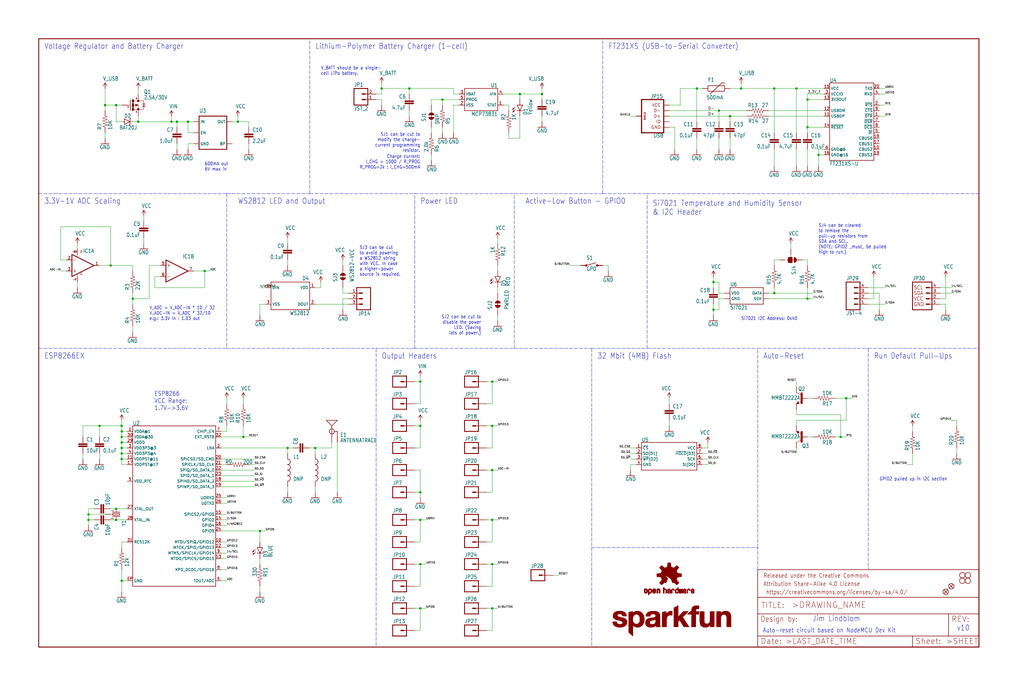
<source format=kicad_sch>
(kicad_sch (version 20211123) (generator eeschema)
  (paper "User" 470.306 317.906)
  (lib_symbols
    (symbol "eagleSchem-eagle-import:0.1UF-25V(+80{slash}-20%)(0603)"
      (property "Reference" "C" (at 1.524 2.921 0))
      (property "Value" "0.1UF-25V(+80{slash}-20%)(0603)" (at 1.524 -2.159 0))
      (symbol "0.1UF-25V(+80{slash}-20%)(0603)_1_0"
        (pin passive line (at 0 5.08 270) (length 2.54) (name "1") (number "1"))
        (pin passive line (at 0 -2.54 90) (length 2.54) (name "2") (number "2"))
      )
    )
    (symbol "eagleSchem-eagle-import:1.0UF-25V-+80{slash}-20(0805){dblquote}"
      (property "Reference" "C" (at 1.524 2.921 0))
      (property "Value" "1.0UF-25V-+80{slash}-20(0805){dblquote}" (at 1.524 -2.159 0))
      (symbol "1.0UF-25V-+80{slash}-20(0805){dblquote}_1_0"
        (pin passive line (at 0 5.08 270) (length 2.54) (name "1") (number "1"))
        (pin passive line (at 0 -2.54 90) (length 2.54) (name "2") (number "2"))
      )
    )
    (symbol "eagleSchem-eagle-import:10KOHM-1{slash}10W-1%(0603)0603"
      (property "Reference" "R" (at -3.81 1.4986 0))
      (property "Value" "10KOHM-1{slash}10W-1%(0603)0603" (at -3.81 -3.302 0))
      (symbol "10KOHM-1{slash}10W-1%(0603)0603_1_0"
        (pin passive line (at -5.08 0 0) (length 2.54) (name "1") (number "1"))
        (pin passive line (at 5.08 0 180) (length 2.54) (name "2") (number "2"))
      )
    )
    (symbol "eagleSchem-eagle-import:10KOHM1{slash}10W1%(0603)0603"
      (property "Reference" "R" (at -3.81 1.4986 0))
      (property "Value" "10KOHM1{slash}10W1%(0603)0603" (at -3.81 -3.302 0))
      (symbol "10KOHM1{slash}10W1%(0603)0603_1_0"
        (pin passive line (at -5.08 0 0) (length 2.54) (name "1") (number "1"))
        (pin passive line (at 5.08 0 180) (length 2.54) (name "2") (number "2"))
      )
    )
    (symbol "eagleSchem-eagle-import:10PF-50V-5%(0603)"
      (property "Reference" "C" (at 1.524 2.921 0))
      (property "Value" "10PF-50V-5%(0603)" (at 1.524 -2.159 0))
      (symbol "10PF-50V-5%(0603)_1_0"
        (pin passive line (at 0 5.08 270) (length 2.54) (name "1") (number "1"))
        (pin passive line (at 0 -2.54 90) (length 2.54) (name "2") (number "2"))
      )
    )
    (symbol "eagleSchem-eagle-import:10UF-6.3V-20%(0603)"
      (property "Reference" "C" (at 1.524 2.921 0))
      (property "Value" "10UF-6.3V-20%(0603)" (at 1.524 -2.159 0))
      (symbol "10UF-6.3V-20%(0603)_1_0"
        (pin passive line (at 0 5.08 270) (length 2.54) (name "1") (number "1"))
        (pin passive line (at 0 -2.54 90) (length 2.54) (name "2") (number "2"))
      )
    )
    (symbol "eagleSchem-eagle-import:12KOHM-1{slash}10W-1%(0603)"
      (property "Reference" "R" (at -3.81 1.4986 0))
      (property "Value" "12KOHM-1{slash}10W-1%(0603)" (at -3.81 -3.302 0))
      (symbol "12KOHM-1{slash}10W-1%(0603)_1_0"
        (pin passive line (at -5.08 0 0) (length 2.54) (name "1") (number "1"))
        (pin passive line (at 5.08 0 180) (length 2.54) (name "2") (number "2"))
      )
    )
    (symbol "eagleSchem-eagle-import:1KOHM-1{slash}10W-1%(0603)"
      (property "Reference" "R" (at -3.81 1.4986 0))
      (property "Value" "1KOHM-1{slash}10W-1%(0603)" (at -3.81 -3.302 0))
      (symbol "1KOHM-1{slash}10W-1%(0603)_1_0"
        (pin passive line (at -5.08 0 0) (length 2.54) (name "1") (number "1"))
        (pin passive line (at 5.08 0 180) (length 2.54) (name "2") (number "2"))
      )
    )
    (symbol "eagleSchem-eagle-import:2.0KOHM1{slash}10W5%(0603)"
      (property "Reference" "R" (at -3.81 1.4986 0))
      (property "Value" "2.0KOHM1{slash}10W5%(0603)" (at -3.81 -3.302 0))
      (symbol "2.0KOHM1{slash}10W5%(0603)_1_0"
        (pin passive line (at -5.08 0 0) (length 2.54) (name "1") (number "1"))
        (pin passive line (at 5.08 0 180) (length 2.54) (name "2") (number "2"))
      )
    )
    (symbol "eagleSchem-eagle-import:2.2UF-10V-20%(0603)"
      (property "Reference" "C" (at 1.524 2.921 0))
      (property "Value" "2.2UF-10V-20%(0603)" (at 1.524 -2.159 0))
      (symbol "2.2UF-10V-20%(0603)_1_0"
        (pin passive line (at 0 5.08 270) (length 2.54) (name "1") (number "1"))
        (pin passive line (at 0 -2.54 90) (length 2.54) (name "2") (number "2"))
      )
    )
    (symbol "eagleSchem-eagle-import:200OHM1{slash}10W1%(0603)"
      (property "Reference" "R" (at -3.81 1.4986 0))
      (property "Value" "200OHM1{slash}10W1%(0603)" (at -3.81 -3.302 0))
      (symbol "200OHM1{slash}10W1%(0603)_1_0"
        (pin passive line (at -5.08 0 0) (length 2.54) (name "1") (number "1"))
        (pin passive line (at 5.08 0 180) (length 2.54) (name "2") (number "2"))
      )
    )
    (symbol "eagleSchem-eagle-import:22KOHM1{slash}10W1%(0603)"
      (property "Reference" "R" (at -3.81 1.4986 0))
      (property "Value" "22KOHM1{slash}10W1%(0603)" (at -3.81 -3.302 0))
      (symbol "22KOHM1{slash}10W1%(0603)_1_0"
        (pin passive line (at -5.08 0 0) (length 2.54) (name "1") (number "1"))
        (pin passive line (at 5.08 0 180) (length 2.54) (name "2") (number "2"))
      )
    )
    (symbol "eagleSchem-eagle-import:27OHM1{slash}10W1%(0603)0603-RES"
      (property "Reference" "R" (at -3.81 1.4986 0))
      (property "Value" "27OHM1{slash}10W1%(0603)0603-RES" (at -3.81 -3.302 0))
      (symbol "27OHM1{slash}10W1%(0603)0603-RES_1_0"
        (pin passive line (at -5.08 0 0) (length 2.54) (name "1") (number "1"))
        (pin passive line (at 5.08 0 180) (length 2.54) (name "2") (number "2"))
      )
    )
    (symbol "eagleSchem-eagle-import:330OHM1{slash}10W1%(0603)"
      (property "Reference" "R" (at -3.81 1.4986 0))
      (property "Value" "330OHM1{slash}10W1%(0603)" (at -3.81 -3.302 0))
      (symbol "330OHM1{slash}10W1%(0603)_1_0"
        (pin passive line (at -5.08 0 0) (length 2.54) (name "1") (number "1"))
        (pin passive line (at 5.08 0 180) (length 2.54) (name "2") (number "2"))
      )
    )
    (symbol "eagleSchem-eagle-import:4.7KOHM-1{slash}10W-1%(0603)"
      (property "Reference" "R" (at -3.81 1.4986 0))
      (property "Value" "4.7KOHM-1{slash}10W-1%(0603)" (at -3.81 -3.302 0))
      (symbol "4.7KOHM-1{slash}10W-1%(0603)_1_0"
        (pin passive line (at -5.08 0 0) (length 2.54) (name "1") (number "1"))
        (pin passive line (at 5.08 0 180) (length 2.54) (name "2") (number "2"))
      )
    )
    (symbol "eagleSchem-eagle-import:4.7UF-6.3V-10%(0603)0603"
      (property "Reference" "C" (at 1.524 2.921 0))
      (property "Value" "4.7UF-6.3V-10%(0603)0603" (at 1.524 -2.159 0))
      (symbol "4.7UF-6.3V-10%(0603)0603_1_0"
        (pin passive line (at 0 5.08 270) (length 2.54) (name "1") (number "1"))
        (pin passive line (at 0 -2.54 90) (length 2.54) (name "2") (number "2"))
      )
    )
    (symbol "eagleSchem-eagle-import:47PF-50V-5%(0603)"
      (property "Reference" "C" (at 1.524 2.921 0))
      (property "Value" "47PF-50V-5%(0603)" (at 1.524 -2.159 0))
      (symbol "47PF-50V-5%(0603)_1_0"
        (pin passive line (at 0 5.08 270) (length 2.54) (name "1") (number "1"))
        (pin passive line (at 0 -2.54 90) (length 2.54) (name "2") (number "2"))
      )
    )
    (symbol "eagleSchem-eagle-import:ANTENNATRACE"
      (property "Reference" "E" (at 3.81 -7.62 0))
      (property "Value" "ANTENNATRACE" (at 3.81 -10.16 0))
      (symbol "ANTENNATRACE_1_0"
        (pin bidirectional line (at 0 -10.16 90) (length 2.54) (name "SIGNAL") (number "ANT"))
        (pin bidirectional line (at 2.54 -10.16 90) (length 2.54) (name "GND") (number "GND"))
        (pin bidirectional line (at 2.54 -10.16 90) (length 2.54) (name "GND") (number "GND2"))
      )
    )
    (symbol "eagleSchem-eagle-import:CAP0603-CAP"
      (property "Reference" "C" (at 1.524 2.921 0))
      (property "Value" "CAP0603-CAP" (at 1.524 -2.159 0))
      (symbol "CAP0603-CAP_1_0"
        (pin passive line (at 0 5.08 270) (length 2.54) (name "1") (number "1"))
        (pin passive line (at 0 -2.54 90) (length 2.54) (name "2") (number "2"))
      )
    )
    (symbol "eagleSchem-eagle-import:CRYSTAL-GROUNDED3.2X2.5"
      (property "Reference" "Y" (at 2.54 2.54 0))
      (property "Value" "CRYSTAL-GROUNDED3.2X2.5" (at 2.54 -2.54 0))
      (symbol "CRYSTAL-GROUNDED3.2X2.5_1_0"
        (text "1" (at -2.159 -1.143 0) (effects (font (size 0.8636 0.734)) (justify left bottom)))
        (text "2" (at 1.524 -1.143 0) (effects (font (size 0.8636 0.734)) (justify left bottom)))
        (pin passive line (at -2.54 0 0) (length 0) (name "1") (number "1"))
        (pin passive line (at 0 -5.08 90) (length 2.54) (name "GND") (number "2"))
        (pin passive line (at 2.54 0 180) (length 0) (name "2") (number "3"))
        (pin passive line (at 0 -5.08 90) (length 2.54) (name "GND") (number "4"))
      )
    )
    (symbol "eagleSchem-eagle-import:DIODE-SCHOTTKY-BAT20J"
      (property "Reference" "D" (at 2.54 0.4826 0))
      (property "Value" "DIODE-SCHOTTKY-BAT20J" (at 2.54 -2.3114 0))
      (symbol "DIODE-SCHOTTKY-BAT20J_1_0"
        (pin passive line (at -2.54 0 0) (length 0) (name "A") (number "A"))
        (pin passive line (at 2.54 0 180) (length 0) (name "C") (number "C"))
      )
    )
    (symbol "eagleSchem-eagle-import:ESP8266"
      (property "Reference" "U" (at -20.32 38.354 0))
      (property "Value" "ESP8266" (at -20.32 -35.814 0))
      (symbol "ESP8266_1_0"
        (pin bidirectional line (at -22.86 35.56 0) (length 2.54) (name "VDDA@1") (number "1"))
        (pin bidirectional line (at 20.32 -15.24 180) (length 2.54) (name "MTDI/SPIQ/GPIO12") (number "10"))
        (pin bidirectional line (at -22.86 22.86 0) (length 2.54) (name "VDDPST@11") (number "11"))
        (pin bidirectional line (at 20.32 -17.78 180) (length 2.54) (name "MTCK/SPID/GPIO13") (number "12"))
        (pin bidirectional line (at 20.32 -22.86 180) (length 2.54) (name "MTDO/SPICS/GPIO15") (number "13"))
        (pin bidirectional line (at 20.32 -5.08 180) (length 2.54) (name "GPIO2") (number "14"))
        (pin bidirectional line (at 20.32 -2.54 180) (length 2.54) (name "SPICS2/GPIO0") (number "15"))
        (pin bidirectional line (at 20.32 -7.62 180) (length 2.54) (name "GPIO4") (number "16"))
        (pin bidirectional line (at -22.86 20.32 0) (length 2.54) (name "VDDPST@17") (number "17"))
        (pin bidirectional line (at 20.32 12.7 180) (length 2.54) (name "SPIHD/SD_DATA_2") (number "18"))
        (pin bidirectional line (at 20.32 10.16 180) (length 2.54) (name "SPIWP/SD_DATA_3") (number "19"))
        (pin bidirectional line (at 20.32 27.94 180) (length 2.54) (name "LNA") (number "2"))
        (pin bidirectional line (at 20.32 22.86 180) (length 2.54) (name "SPICS0/SD_CMD") (number "20"))
        (pin bidirectional line (at 20.32 20.32 180) (length 2.54) (name "SPICLK/SD_CLK") (number "21"))
        (pin bidirectional line (at 20.32 17.78 180) (length 2.54) (name "SPIQ/SD_DATA_0") (number "22"))
        (pin bidirectional line (at 20.32 15.24 180) (length 2.54) (name "SPID/SD_DATA_1") (number "23"))
        (pin bidirectional line (at 20.32 -10.16 180) (length 2.54) (name "GPIO5") (number "24"))
        (pin bidirectional line (at 20.32 5.08 180) (length 2.54) (name "U0RXD") (number "25"))
        (pin bidirectional line (at 20.32 2.54 180) (length 2.54) (name "U0TXD") (number "26"))
        (pin bidirectional line (at -22.86 0 0) (length 2.54) (name "XTAL_OUT") (number "27"))
        (pin bidirectional line (at -22.86 -5.08 0) (length 2.54) (name "XTAL_IN") (number "28"))
        (pin bidirectional line (at -22.86 30.48 0) (length 2.54) (name "VDDD") (number "29"))
        (pin bidirectional line (at -22.86 27.94 0) (length 2.54) (name "VDD3P3@3") (number "3"))
        (pin bidirectional line (at -22.86 33.02 0) (length 2.54) (name "VDDA@30") (number "30"))
        (pin bidirectional line (at -22.86 -15.24 0) (length 2.54) (name "RES12K") (number "31"))
        (pin bidirectional line (at 20.32 33.02 180) (length 2.54) (name "EXT_RSTB") (number "32"))
        (pin bidirectional line (at -22.86 25.4 0) (length 2.54) (name "VDD3P3@4") (number "4"))
        (pin bidirectional line (at -22.86 12.7 0) (length 2.54) (name "VDD_RTC") (number "5"))
        (pin bidirectional line (at 20.32 -33.02 180) (length 2.54) (name "TOUT/ADC") (number "6"))
        (pin bidirectional line (at 20.32 35.56 180) (length 2.54) (name "CHIP_EN") (number "7"))
        (pin bidirectional line (at 20.32 -27.94 180) (length 2.54) (name "XPD_DCDC/GPIO16") (number "8"))
        (pin bidirectional line (at 20.32 -20.32 180) (length 2.54) (name "MTMS/SPICLK/GPIO14") (number "9"))
        (pin bidirectional line (at -22.86 -33.02 0) (length 2.54) (name "GND") (number "EP"))
      )
    )
    (symbol "eagleSchem-eagle-import:FIDUCIAL1X2")
    (symbol "eagleSchem-eagle-import:FRAME-LEDGER"
      (symbol "FRAME-LEDGER_2_0"
        (text " https://creativecommons.org/licenses/by-sa/4.0/" (at 2.54 24.13 0) (effects (font (size 1.9304 1.6408)) (justify left bottom)))
        (text ">DRAWING_NAME" (at 15.494 17.78 0) (effects (font (size 2.7432 2.7432)) (justify left bottom)))
        (text ">LAST_DATE_TIME" (at 12.7 1.27 0) (effects (font (size 2.54 2.54)) (justify left bottom)))
        (text ">SHEET" (at 86.36 1.27 0) (effects (font (size 2.54 2.54)) (justify left bottom)))
        (text "Attribution Share-Alike 4.0 License" (at 2.54 27.94 0) (effects (font (size 1.9304 1.6408)) (justify left bottom)))
        (text "Date:" (at 1.27 1.27 0) (effects (font (size 2.54 2.54)) (justify left bottom)))
        (text "Design by:" (at 1.27 11.43 0) (effects (font (size 2.54 2.159)) (justify left bottom)))
        (text "Released under the Creative Commons" (at 2.54 31.75 0) (effects (font (size 1.9304 1.6408)) (justify left bottom)))
        (text "REV:" (at 88.9 11.43 0) (effects (font (size 2.54 2.54)) (justify left bottom)))
        (text "Sheet:" (at 72.39 1.27 0) (effects (font (size 2.54 2.54)) (justify left bottom)))
        (text "TITLE:" (at 1.524 17.78 0) (effects (font (size 2.54 2.54)) (justify left bottom)))
      )
    )
    (symbol "eagleSchem-eagle-import:FT231XS"
      (property "Reference" "U" (at -10.16 18.034 0))
      (property "Value" "FT231XS" (at -10.16 -18.288 0))
      (symbol "FT231XS_1_0"
        (pin bidirectional line (at 12.7 2.54 180) (length 2.54) (name "~{DTR}") (number "1"))
        (pin bidirectional line (at 12.7 -12.7 180) (length 2.54) (name "CBUS2") (number "10"))
        (pin bidirectional line (at -12.7 2.54 0) (length 2.54) (name "USBDP") (number "11"))
        (pin bidirectional line (at -12.7 5.08 0) (length 2.54) (name "USBDM") (number "12"))
        (pin bidirectional line (at -12.7 10.16 0) (length 2.54) (name "3V3OUT") (number "13"))
        (pin bidirectional line (at -12.7 -2.54 0) (length 2.54) (name "~{RESET}") (number "14"))
        (pin bidirectional line (at -12.7 15.24 0) (length 2.54) (name "VCC") (number "15"))
        (pin bidirectional line (at -12.7 -15.24 0) (length 2.54) (name "GND@16") (number "16"))
        (pin bidirectional line (at 12.7 -10.16 180) (length 2.54) (name "CBUS1") (number "17"))
        (pin bidirectional line (at 12.7 -7.62 180) (length 2.54) (name "CBUS0") (number "18"))
        (pin bidirectional line (at 12.7 -15.24 180) (length 2.54) (name "CBUS3") (number "19"))
        (pin bidirectional line (at 12.7 7.62 180) (length 2.54) (name "~{RTS}") (number "2"))
        (pin bidirectional line (at 12.7 15.24 180) (length 2.54) (name "TXD") (number "20"))
        (pin bidirectional line (at -12.7 12.7 0) (length 2.54) (name "VCCIO") (number "3"))
        (pin bidirectional line (at 12.7 12.7 180) (length 2.54) (name "RXD") (number "4"))
        (pin bidirectional line (at 12.7 -5.08 180) (length 2.54) (name "~{RI}") (number "5"))
        (pin bidirectional line (at -12.7 -12.7 0) (length 2.54) (name "GND@6") (number "6"))
        (pin bidirectional line (at 12.7 0 180) (length 2.54) (name "~{DSR}") (number "7"))
        (pin bidirectional line (at 12.7 -2.54 180) (length 2.54) (name "~{DCD}") (number "8"))
        (pin bidirectional line (at 12.7 5.08 180) (length 2.54) (name "~{CTS}") (number "9"))
      )
    )
    (symbol "eagleSchem-eagle-import:GND" (power)
      (property "Value" "GND" (at -2.54 -2.54 0))
      (symbol "GND_1_0"
        (pin power_in line (at 0 2.54 270) (length 2.54) (name "GND") (number "1"))
      )
    )
    (symbol "eagleSchem-eagle-import:I2C_STANDARD_NO_SILK"
      (property "Reference" "J" (at -2.54 13.462 0))
      (property "Value" "I2C_STANDARD_NO_SILK" (at -2.54 -2.54 0))
      (symbol "I2C_STANDARD_NO_SILK_1_0"
        (text "GND" (at -2.032 2.54 0) (effects (font (size 1.778 1.5113)) (justify left)))
        (text "SCL" (at -2.032 10.16 0) (effects (font (size 1.778 1.5113)) (justify left)))
        (text "SDA" (at -2.032 7.62 0) (effects (font (size 1.778 1.5113)) (justify left)))
        (text "VCC" (at -2.032 5.08 0) (effects (font (size 1.778 1.5113)) (justify left)))
        (pin passive line (at 10.16 2.54 180) (length 5.08) (name "1") (number "1"))
        (pin passive line (at 10.16 5.08 180) (length 5.08) (name "2") (number "2"))
        (pin passive line (at 10.16 7.62 180) (length 5.08) (name "3") (number "3"))
        (pin passive line (at 10.16 10.16 180) (length 5.08) (name "4") (number "4"))
      )
    )
    (symbol "eagleSchem-eagle-import:INDUCTOR0603"
      (property "Reference" "L" (at 2.54 5.08 0))
      (property "Value" "INDUCTOR0603" (at 2.54 -5.08 0))
      (symbol "INDUCTOR0603_1_0"
        (pin passive line (at 0 7.62 270) (length 2.54) (name "1") (number "1"))
        (pin passive line (at 0 -7.62 90) (length 2.54) (name "2") (number "2"))
      )
    )
    (symbol "eagleSchem-eagle-import:JUMPER-PAD-2-NC_BY_TRACE"
      (property "Reference" "SJ" (at -2.54 2.54 0))
      (property "Value" "JUMPER-PAD-2-NC_BY_TRACE" (at -2.54 -5.08 0))
      (symbol "JUMPER-PAD-2-NC_BY_TRACE_1_0"
        (pin passive line (at -5.08 0 0) (length 2.54) (name "1") (number "1"))
        (pin passive line (at 5.08 0 180) (length 2.54) (name "2") (number "2"))
      )
    )
    (symbol "eagleSchem-eagle-import:JUMPER-PAD-3-NC_BY_TRACE"
      (property "Reference" "SJ" (at 2.54 0.381 0))
      (property "Value" "JUMPER-PAD-3-NC_BY_TRACE" (at 2.54 -1.905 0))
      (symbol "JUMPER-PAD-3-NC_BY_TRACE_1_0"
        (pin passive line (at 0 5.08 270) (length 2.54) (name "1") (number "1"))
        (pin passive line (at -5.08 0 0) (length 2.54) (name "2") (number "2"))
        (pin passive line (at 0 -5.08 90) (length 2.54) (name "3") (number "3"))
      )
    )
    (symbol "eagleSchem-eagle-import:LED-BLUE0603"
      (property "Reference" "D" (at 3.556 -4.572 90))
      (property "Value" "LED-BLUE0603" (at 5.715 -4.572 90))
      (symbol "LED-BLUE0603_1_0"
        (pin passive line (at 0 2.54 270) (length 2.54) (name "A") (number "A"))
        (pin passive line (at 0 -5.08 90) (length 2.54) (name "C") (number "C"))
      )
    )
    (symbol "eagleSchem-eagle-import:LED-RED0603"
      (property "Reference" "D" (at 3.556 -4.572 90))
      (property "Value" "LED-RED0603" (at 5.715 -4.572 90))
      (symbol "LED-RED0603_1_0"
        (pin passive line (at 0 2.54 270) (length 2.54) (name "A") (number "A"))
        (pin passive line (at 0 -5.08 90) (length 2.54) (name "C") (number "C"))
      )
    )
    (symbol "eagleSchem-eagle-import:LED-YELLOW0603"
      (property "Reference" "D" (at 3.556 -4.572 90))
      (property "Value" "LED-YELLOW0603" (at 5.715 -4.572 90))
      (symbol "LED-YELLOW0603_1_0"
        (pin passive line (at 0 2.54 270) (length 2.54) (name "A") (number "A"))
        (pin passive line (at 0 -5.08 90) (length 2.54) (name "C") (number "C"))
      )
    )
    (symbol "eagleSchem-eagle-import:M01ALLIGATOR_HALF"
      (property "Reference" "JP" (at -2.54 3.302 0))
      (property "Value" "M01ALLIGATOR_HALF" (at -2.54 -5.08 0))
      (symbol "M01ALLIGATOR_HALF_1_0"
        (pin passive line (at 7.62 0 180) (length 5.08) (name "1") (number "1@2"))
      )
    )
    (symbol "eagleSchem-eagle-import:M01PTH_NO_SILK_YES_STOP"
      (property "Reference" "J" (at -2.54 3.302 0))
      (property "Value" "M01PTH_NO_SILK_YES_STOP" (at -2.54 -5.08 0))
      (symbol "M01PTH_NO_SILK_YES_STOP_1_0"
        (pin passive line (at 7.62 0 180) (length 5.08) (name "1") (number "1"))
      )
    )
    (symbol "eagleSchem-eagle-import:M02JST-PTH-2"
      (property "Reference" "J" (at -2.54 5.842 0))
      (property "Value" "M02JST-PTH-2" (at -2.54 -5.08 0))
      (symbol "M02JST-PTH-2_1_0"
        (pin passive line (at 7.62 0 180) (length 5.08) (name "1") (number "1"))
        (pin passive line (at 7.62 2.54 180) (length 5.08) (name "2") (number "2"))
      )
    )
    (symbol "eagleSchem-eagle-import:M03JST-PTH-VERT"
      (property "Reference" "J" (at -2.54 5.842 0))
      (property "Value" "M03JST-PTH-VERT" (at -2.54 -7.62 0))
      (symbol "M03JST-PTH-VERT_1_0"
        (pin passive line (at 7.62 -2.54 180) (length 5.08) (name "1") (number "1"))
        (pin passive line (at 7.62 0 180) (length 5.08) (name "2") (number "2"))
        (pin passive line (at 7.62 2.54 180) (length 5.08) (name "3") (number "3"))
      )
    )
    (symbol "eagleSchem-eagle-import:M04JST-PTH-VERT"
      (property "Reference" "J" (at -5.08 8.382 0))
      (property "Value" "M04JST-PTH-VERT" (at -5.08 -7.62 0))
      (symbol "M04JST-PTH-VERT_1_0"
        (pin passive line (at 5.08 -2.54 180) (length 5.08) (name "1") (number "1"))
        (pin passive line (at 5.08 0 180) (length 5.08) (name "2") (number "2"))
        (pin passive line (at 5.08 2.54 180) (length 5.08) (name "3") (number "3"))
        (pin passive line (at 5.08 5.08 180) (length 5.08) (name "4") (number "4"))
      )
    )
    (symbol "eagleSchem-eagle-import:MCP73831"
      (property "Reference" "U" (at -7.62 5.588 0))
      (property "Value" "MCP73831" (at -7.62 -7.62 0))
      (symbol "MCP73831_1_0"
        (pin output line (at -10.16 -2.54 0) (length 2.54) (name "STAT") (number "1"))
        (pin power_in line (at 10.16 -2.54 180) (length 2.54) (name "VSS") (number "2"))
        (pin power_in line (at 10.16 2.54 180) (length 2.54) (name "VBAT") (number "3"))
        (pin power_in line (at -10.16 2.54 0) (length 2.54) (name "VIN") (number "4"))
        (pin input line (at 10.16 0 180) (length 2.54) (name "PROG") (number "5"))
      )
    )
    (symbol "eagleSchem-eagle-import:MOSFET-PCHANNELDMG2307L"
      (property "Reference" "Q" (at 5.08 2.54 0))
      (property "Value" "MOSFET-PCHANNELDMG2307L" (at 5.08 0 0))
      (symbol "MOSFET-PCHANNELDMG2307L_1_0"
        (text "D" (at -1.27 2.54 0) (effects (font (size 0.8128 0.6908)) (justify left bottom)))
        (text "G" (at -5.08 -1.27 0) (effects (font (size 0.8128 0.6908)) (justify left bottom)))
        (text "S" (at -1.27 -3.556 0) (effects (font (size 0.8128 0.6908)) (justify left bottom)))
        (pin passive line (at -7.62 0 0) (length 2.54) (name "G") (number "1"))
        (pin passive line (at 0 -5.08 90) (length 2.54) (name "S") (number "2"))
        (pin passive line (at 0 5.08 270) (length 2.54) (name "D") (number "3"))
      )
    )
    (symbol "eagleSchem-eagle-import:OPAMP-DUALU"
      (property "Reference" "IC" (at 2.54 5.715 0))
      (property "Value" "OPAMP-DUALU" (at 2.54 -5.08 0))
      (symbol "OPAMP-DUALU_1_0"
        (text "V+" (at 1.27 5.715 900) (effects (font (size 0.8128 0.6908)) (justify left top)))
        (text "V-" (at 1.27 -4.445 900) (effects (font (size 0.8128 0.6908)) (justify left top)))
        (pin output line (at 10.16 0 180) (length 2.54) (name "OUT") (number "1"))
        (pin input line (at -5.08 2.54 0) (length 2.54) (name "-IN") (number "2"))
        (pin input line (at -5.08 -2.54 0) (length 2.54) (name "+IN") (number "3"))
        (pin power_in line (at 0 -7.62 90) (length 2.54) (name "V-") (number "4"))
        (pin power_in line (at 0 7.62 270) (length 2.54) (name "V+") (number "8"))
      )
      (symbol "OPAMP-DUALU_2_0"
        (pin input line (at -7.62 2.54 0) (length 2.54) (name "+IN") (number "5"))
        (pin input line (at -7.62 -2.54 0) (length 2.54) (name "-IN") (number "6"))
        (pin output line (at 7.62 0 180) (length 2.54) (name "OUT") (number "7"))
      )
    )
    (symbol "eagleSchem-eagle-import:OSHW-LOGOS")
    (symbol "eagleSchem-eagle-import:PTCSMD"
      (property "Reference" "F" (at -2.54 3.048 0))
      (property "Value" "PTCSMD" (at -3.302 -5.08 0))
      (symbol "PTCSMD_1_0"
        (pin bidirectional line (at -5.08 0 0) (length 2.54) (name "1") (number "1"))
        (pin bidirectional line (at 7.62 0 180) (length 2.54) (name "2") (number "2"))
      )
    )
    (symbol "eagleSchem-eagle-import:RESISTORPTH-1{slash}6W"
      (property "Reference" "R" (at -3.81 1.4986 0))
      (property "Value" "RESISTORPTH-1{slash}6W" (at -3.81 -3.302 0))
      (symbol "RESISTORPTH-1{slash}6W_1_0"
        (pin passive line (at -5.08 0 0) (length 2.54) (name "1") (number "1"))
        (pin passive line (at 5.08 0 180) (length 2.54) (name "2") (number "2"))
      )
    )
    (symbol "eagleSchem-eagle-import:SFE_LOGO_NAME.2_INCH")
    (symbol "eagleSchem-eagle-import:SFE_LOGO_NAME.3_INCH")
    (symbol "eagleSchem-eagle-import:SI7021"
      (property "Value" "SI7021" (at -7.62 -5.08 0))
      (symbol "SI7021_1_0"
        (pin bidirectional line (at 10.16 2.54 180) (length 2.54) (name "DATA") (number "DATA"))
        (pin power_in line (at -10.16 0 0) (length 2.54) (name "GND") (number "GND"))
        (pin input line (at 10.16 0 180) (length 2.54) (name "SCK") (number "SCK"))
        (pin power_in line (at -10.16 2.54 0) (length 2.54) (name "VDD") (number "VDD"))
      )
    )
    (symbol "eagleSchem-eagle-import:STAND-OFF")
    (symbol "eagleSchem-eagle-import:SWITCH-MOMENTARY-2SMD-REDUNDANT"
      (property "Reference" "S" (at -2.54 2.54 0))
      (property "Value" "SWITCH-MOMENTARY-2SMD-REDUNDANT" (at -2.54 -2.54 0))
      (symbol "SWITCH-MOMENTARY-2SMD-REDUNDANT_1_0"
        (pin passive line (at -5.08 0 0) (length 2.54) (name "1") (number "1"))
        (pin passive line (at -5.08 0 0) (length 2.54) (name "1") (number "2"))
        (pin passive line (at 5.08 0 180) (length 2.54) (name "2") (number "3"))
        (pin passive line (at 5.08 0 180) (length 2.54) (name "2") (number "4"))
      )
    )
    (symbol "eagleSchem-eagle-import:TRANSISTOR_NPNMMBT2222A"
      (property "Reference" "Q" (at 5.08 0 0))
      (property "Value" "TRANSISTOR_NPNMMBT2222A" (at 5.08 -2.54 0))
      (symbol "TRANSISTOR_NPNMMBT2222A_1_0"
        (pin passive line (at -2.54 0 0) (length 2.54) (name "B") (number "1"))
        (pin passive line (at 2.54 -5.08 90) (length 2.54) (name "E") (number "2"))
        (pin passive line (at 2.54 5.08 270) (length 2.54) (name "C") (number "3"))
      )
    )
    (symbol "eagleSchem-eagle-import:USB_MICROB_PLUGCONN-11752"
      (property "Reference" "J" (at -4.826 8.128 0))
      (property "Value" "USB_MICROB_PLUGCONN-11752" (at -5.08 -9.906 0))
      (symbol "USB_MICROB_PLUGCONN-11752_1_0"
        (text "D+" (at -3.81 0 0) (effects (font (size 1.4224 1.4224)) (justify left)))
        (text "D-" (at -3.81 2.54 0) (effects (font (size 1.4224 1.4224)) (justify left)))
        (text "GND" (at -3.81 -5.08 0) (effects (font (size 1.4224 1.4224)) (justify left)))
        (text "ID" (at -3.81 -2.54 0) (effects (font (size 1.4224 1.4224)) (justify left)))
        (text "SHIELD" (at 4.064 0 900) (effects (font (size 0.8128 0.6908)) (justify bottom)))
        (text "VCC" (at -3.81 5.08 0) (effects (font (size 1.4224 1.4224)) (justify left)))
        (pin bidirectional line (at -7.62 0 0) (length 2.54) (name "D+") (number "D+"))
        (pin bidirectional line (at -7.62 2.54 0) (length 2.54) (name "D-") (number "D-"))
        (pin bidirectional line (at -7.62 -5.08 0) (length 2.54) (name "GND") (number "GND"))
        (pin bidirectional line (at -7.62 -2.54 0) (length 2.54) (name "ID") (number "ID"))
        (pin bidirectional line (at 7.62 0 180) (length 2.54) (name "SHIELD") (number "SHIELD1"))
        (pin bidirectional line (at 7.62 0 180) (length 2.54) (name "SHIELD") (number "SHIELD2"))
        (pin bidirectional line (at 7.62 0 180) (length 2.54) (name "SHIELD") (number "SHIELD3"))
        (pin bidirectional line (at -7.62 5.08 0) (length 2.54) (name "VCC") (number "VBUS"))
      )
    )
    (symbol "eagleSchem-eagle-import:VCC" (power)
      (property "Value" "VCC" (at -1.016 3.556 0))
      (symbol "VCC_1_0"
        (pin power_in line (at 0 0 90) (length 2.54) (name "VCC") (number "1"))
      )
    )
    (symbol "eagleSchem-eagle-import:VIN" (power)
      (property "Value" "VIN" (at -1.016 3.556 0))
      (symbol "VIN_1_0"
        (pin power_in line (at 0 0 90) (length 2.54) (name "VIN") (number "1"))
      )
    )
    (symbol "eagleSchem-eagle-import:V_BATT" (power)
      (property "Value" "V_BATT" (at -1.016 3.556 0))
      (symbol "V_BATT_1_0"
        (pin power_in line (at 0 0 90) (length 2.54) (name "V_BATT") (number "1"))
      )
    )
    (symbol "eagleSchem-eagle-import:V_REG_LDOSMD"
      (property "Reference" "U" (at -7.62 9.144 0))
      (property "Value" "V_REG_LDOSMD" (at -7.62 -11.43 0))
      (symbol "V_REG_LDOSMD_1_0"
        (pin input line (at -10.16 5.08 0) (length 2.54) (name "IN") (number "1"))
        (pin input line (at -10.16 -5.08 0) (length 2.54) (name "GND") (number "2"))
        (pin input line (at -10.16 0 0) (length 2.54) (name "EN") (number "3"))
        (pin input line (at 7.62 -5.08 180) (length 2.54) (name "BP") (number "4"))
        (pin passive line (at 7.62 5.08 180) (length 2.54) (name "OUT") (number "5"))
      )
    )
    (symbol "eagleSchem-eagle-import:V_USB" (power)
      (property "Value" "V_USB" (at -1.016 3.556 0))
      (symbol "V_USB_1_0"
        (pin power_in line (at 0 0 90) (length 2.54) (name "V_USB") (number "1"))
      )
    )
    (symbol "eagleSchem-eagle-import:W25Q32FVSS"
      (property "Reference" "U" (at -12.7 5.334 0))
      (property "Value" "W25Q32FVSS" (at -12.7 -7.874 0))
      (symbol "W25Q32FVSS_1_0"
        (pin bidirectional line (at -15.24 2.54 0) (length 2.54) (name "~{CS}") (number "1"))
        (pin bidirectional line (at -15.24 0 0) (length 2.54) (name "SO(D1)") (number "2"))
        (pin bidirectional line (at -15.24 -2.54 0) (length 2.54) (name "~{WP}(D2)") (number "3"))
        (pin bidirectional line (at -15.24 -5.08 0) (length 2.54) (name "GND") (number "4"))
        (pin bidirectional line (at 15.24 -5.08 180) (length 2.54) (name "SI(D0)") (number "5"))
        (pin bidirectional line (at 15.24 -2.54 180) (length 2.54) (name "SCK") (number "6"))
        (pin bidirectional line (at 15.24 0 180) (length 2.54) (name "~{HOLD}(D3)") (number "7"))
        (pin bidirectional line (at 15.24 2.54 180) (length 2.54) (name "VCC") (number "8"))
      )
    )
    (symbol "eagleSchem-eagle-import:WS2812B"
      (property "Reference" "D" (at -2.286 8.382 0))
      (property "Value" "WS2812B" (at -2.54 -7.62 0))
      (symbol "WS2812B_1_0"
        (pin power_in line (at -5.08 5.08 0) (length 2.54) (name "VDD") (number "1"))
        (pin output line (at -5.08 -2.54 0) (length 2.54) (name "DOUT") (number "2"))
        (pin power_in line (at 17.78 -2.54 180) (length 2.54) (name "VSS") (number "3"))
        (pin input line (at 17.78 5.08 180) (length 2.54) (name "DIN") (number "4"))
      )
    )
  )
  (junction (at 238.76 43.18))
  (junction (at 340.36 40.64))
  (junction (at 320.04 40.64))
  (junction (at 55.88 208.28))
  (junction (at 375.92 71.12))
  (junction (at 203.2 45.72))
  (junction (at 86.36 55.88))
  (junction (at 53.34 238.76))
  (junction (at 248.92 43.18))
  (junction (at 226.06 238.76))
  (junction (at 330.2 50.8))
  (junction (at 55.88 205.74))
  (junction (at 226.06 279.4))
  (junction (at 45.72 195.58))
  (junction (at 55.88 210.82))
  (junction (at 327.66 142.24))
  (junction (at 193.04 226.06))
  (junction (at 109.22 55.88))
  (junction (at 335.28 53.34))
  (junction (at 175.26 40.64))
  (junction (at 193.04 259.08))
  (junction (at 53.34 233.68))
  (junction (at 93.98 124.46))
  (junction (at 144.78 205.74))
  (junction (at 55.88 195.58))
  (junction (at 48.26 48.26))
  (junction (at 55.88 266.7))
  (junction (at 119.38 243.84))
  (junction (at 193.04 195.58))
  (junction (at 187.96 40.64))
  (junction (at 78.74 55.88))
  (junction (at 40.64 236.22))
  (junction (at 388.62 182.88))
  (junction (at 226.06 175.26))
  (junction (at 81.28 55.88))
  (junction (at 370.84 137.16))
  (junction (at 60.96 137.16))
  (junction (at 226.06 215.9))
  (junction (at 132.08 205.74))
  (junction (at 63.5 55.88))
  (junction (at 55.88 203.2))
  (junction (at 193.04 238.76))
  (junction (at 55.88 200.66))
  (junction (at 40.64 238.76))
  (junction (at 370.84 58.42))
  (junction (at 370.84 45.72))
  (junction (at 386.08 200.66))
  (junction (at 355.6 134.62))
  (junction (at 55.88 198.12))
  (junction (at 327.66 129.54))
  (junction (at 50.8 121.92))
  (junction (at 193.04 279.4))
  (junction (at 226.06 259.08))
  (junction (at 193.04 175.26))
  (junction (at 355.6 40.64))
  (junction (at 111.76 200.66))
  (junction (at 53.34 48.26))
  (junction (at 365.76 40.64))
  (junction (at 226.06 195.58))
  (wire (pts (xy 193.04 195.58) (xy 193.04 193.04)))
  (wire (pts (xy 223.52 175.26) (xy 226.06 175.26)))
  (wire (pts (xy 55.88 48.26) (xy 53.34 48.26)))
  (wire (pts (xy 330.2 129.54) (xy 330.2 134.62)))
  (wire (pts (xy 38.1 195.58) (xy 45.72 195.58)))
  (wire (pts (xy 116.84 220.98) (xy 101.6 220.98)))
  (wire (pts (xy 370.84 60.96) (xy 370.84 58.42)))
  (polyline (pts (xy 398.78 160.02) (xy 398.78 261.62)))
  (wire (pts (xy 322.58 208.28) (xy 325.12 208.28)))
  (wire (pts (xy 93.98 124.46) (xy 88.9 124.46)))
  (wire (pts (xy 325.12 205.74) (xy 325.12 203.2)))
  (wire (pts (xy 226.06 195.58) (xy 228.6 195.58)))
  (wire (pts (xy 93.98 124.46) (xy 96.52 124.46)))
  (wire (pts (xy 330.2 137.16) (xy 332.74 137.16)))
  (wire (pts (xy 172.72 45.72) (xy 175.26 45.72)))
  (wire (pts (xy 193.04 248.92) (xy 193.04 238.76)))
  (wire (pts (xy 109.22 55.88) (xy 109.22 53.34)))
  (wire (pts (xy 312.42 40.64) (xy 320.04 40.64)))
  (wire (pts (xy 228.6 124.46) (xy 228.6 121.92)))
  (wire (pts (xy 327.66 127) (xy 327.66 129.54)))
  (wire (pts (xy 157.48 134.62) (xy 157.48 132.08)))
  (wire (pts (xy 378.46 71.12) (xy 375.92 71.12)))
  (wire (pts (xy 190.5 289.56) (xy 193.04 289.56)))
  (wire (pts (xy 66.04 99.06) (xy 66.04 101.6)))
  (wire (pts (xy 190.5 248.92) (xy 193.04 248.92)))
  (wire (pts (xy 50.8 238.76) (xy 53.34 238.76)))
  (wire (pts (xy 27.94 104.14) (xy 50.8 104.14)))
  (wire (pts (xy 53.34 55.88) (xy 55.88 55.88)))
  (wire (pts (xy 223.52 248.92) (xy 226.06 248.92)))
  (wire (pts (xy 403.86 53.34) (xy 406.4 53.34)))
  (wire (pts (xy 55.88 200.66) (xy 55.88 198.12)))
  (wire (pts (xy 109.22 55.88) (xy 114.3 55.88)))
  (polyline (pts (xy 236.22 160.02) (xy 271.78 160.02)))
  (wire (pts (xy 93.98 132.08) (xy 93.98 124.46)))
  (wire (pts (xy 111.76 200.66) (xy 114.3 200.66)))
  (wire (pts (xy 53.34 48.26) (xy 48.26 48.26)))
  (wire (pts (xy 30.48 124.46) (xy 27.94 124.46)))
  (wire (pts (xy 431.8 134.62) (xy 436.88 134.62)))
  (wire (pts (xy 81.28 66.04) (xy 81.28 68.58)))
  (wire (pts (xy 55.88 210.82) (xy 55.88 208.28)))
  (wire (pts (xy 335.28 68.58) (xy 335.28 63.5)))
  (wire (pts (xy 223.52 185.42) (xy 226.06 185.42)))
  (wire (pts (xy 187.96 40.64) (xy 208.28 40.64)))
  (wire (pts (xy 88.9 66.04) (xy 86.36 66.04)))
  (wire (pts (xy 119.38 139.7) (xy 119.38 144.78)))
  (wire (pts (xy 111.76 182.88) (xy 111.76 185.42)))
  (wire (pts (xy 233.68 50.8) (xy 233.68 48.26)))
  (wire (pts (xy 386.08 200.66) (xy 386.08 190.5)))
  (wire (pts (xy 439.42 195.58) (xy 439.42 193.04)))
  (wire (pts (xy 43.18 238.76) (xy 40.64 238.76)))
  (wire (pts (xy 355.6 134.62) (xy 355.6 132.08)))
  (wire (pts (xy 48.26 63.5) (xy 48.26 60.96)))
  (wire (pts (xy 223.52 238.76) (xy 226.06 238.76)))
  (wire (pts (xy 193.04 185.42) (xy 193.04 175.26)))
  (wire (pts (xy 78.74 55.88) (xy 78.74 53.34)))
  (wire (pts (xy 327.66 129.54) (xy 327.66 132.08)))
  (polyline (pts (xy 17.78 88.9) (xy 104.14 88.9)))
  (wire (pts (xy 223.52 226.06) (xy 226.06 226.06)))
  (wire (pts (xy 58.42 208.28) (xy 55.88 208.28)))
  (wire (pts (xy 403.86 43.18) (xy 406.4 43.18)))
  (wire (pts (xy 132.08 205.74) (xy 132.08 208.28)))
  (polyline (pts (xy 104.14 160.02) (xy 172.72 160.02)))
  (wire (pts (xy 55.88 198.12) (xy 55.88 195.58)))
  (wire (pts (xy 190.5 195.58) (xy 193.04 195.58)))
  (wire (pts (xy 355.6 119.38) (xy 358.14 119.38)))
  (wire (pts (xy 116.84 215.9) (xy 101.6 215.9)))
  (wire (pts (xy 223.52 215.9) (xy 226.06 215.9)))
  (wire (pts (xy 327.66 129.54) (xy 330.2 129.54)))
  (wire (pts (xy 58.42 205.74) (xy 55.88 205.74)))
  (wire (pts (xy 101.6 238.76) (xy 104.14 238.76)))
  (wire (pts (xy 365.76 190.5) (xy 365.76 187.96)))
  (wire (pts (xy 355.6 121.92) (xy 355.6 119.38)))
  (wire (pts (xy 370.84 137.16) (xy 370.84 132.08)))
  (wire (pts (xy 228.6 109.22) (xy 228.6 111.76)))
  (wire (pts (xy 355.6 76.2) (xy 355.6 68.58)))
  (wire (pts (xy 370.84 45.72) (xy 370.84 43.18)))
  (wire (pts (xy 210.82 48.26) (xy 208.28 48.26)))
  (wire (pts (xy 45.72 121.92) (xy 50.8 121.92)))
  (wire (pts (xy 193.04 269.24) (xy 193.04 259.08)))
  (polyline (pts (xy 236.22 88.9) (xy 276.86 88.9)))
  (wire (pts (xy 439.42 208.28) (xy 439.42 205.74)))
  (polyline (pts (xy 271.78 251.46) (xy 271.78 297.18)))
  (wire (pts (xy 238.76 43.18) (xy 248.92 43.18)))
  (wire (pts (xy 388.62 193.04) (xy 388.62 182.88)))
  (wire (pts (xy 48.26 50.8) (xy 48.26 48.26)))
  (wire (pts (xy 276.86 121.92) (xy 279.4 121.92)))
  (wire (pts (xy 383.54 200.66) (xy 386.08 200.66)))
  (wire (pts (xy 81.28 55.88) (xy 81.28 58.42)))
  (wire (pts (xy 132.08 109.22) (xy 132.08 111.76)))
  (wire (pts (xy 101.6 241.3) (xy 104.14 241.3)))
  (polyline (pts (xy 347.98 251.46) (xy 347.98 160.02)))
  (wire (pts (xy 289.56 213.36) (xy 289.56 215.9)))
  (wire (pts (xy 106.68 55.88) (xy 109.22 55.88)))
  (wire (pts (xy 419.1 213.36) (xy 416.56 213.36)))
  (wire (pts (xy 111.76 200.66) (xy 101.6 200.66)))
  (wire (pts (xy 63.5 55.88) (xy 78.74 55.88)))
  (wire (pts (xy 58.42 210.82) (xy 55.88 210.82)))
  (wire (pts (xy 45.72 200.66) (xy 45.72 195.58)))
  (wire (pts (xy 365.76 60.96) (xy 365.76 40.64)))
  (wire (pts (xy 330.2 134.62) (xy 332.74 134.62)))
  (wire (pts (xy 238.76 45.72) (xy 238.76 43.18)))
  (wire (pts (xy 142.24 205.74) (xy 144.78 205.74)))
  (wire (pts (xy 327.66 144.78) (xy 327.66 142.24)))
  (wire (pts (xy 365.76 193.04) (xy 388.62 193.04)))
  (wire (pts (xy 431.8 137.16) (xy 434.34 137.16)))
  (wire (pts (xy 71.12 127) (xy 71.12 132.08)))
  (polyline (pts (xy 172.72 160.02) (xy 190.5 160.02)))
  (wire (pts (xy 50.8 121.92) (xy 60.96 121.92)))
  (wire (pts (xy 190.5 185.42) (xy 193.04 185.42)))
  (wire (pts (xy 226.06 215.9) (xy 228.6 215.9)))
  (wire (pts (xy 312.42 48.26) (xy 307.34 48.26)))
  (wire (pts (xy 190.5 259.08) (xy 193.04 259.08)))
  (wire (pts (xy 152.4 205.74) (xy 152.4 203.2)))
  (wire (pts (xy 292.1 213.36) (xy 289.56 213.36)))
  (polyline (pts (xy 190.5 160.02) (xy 190.5 88.9)))
  (wire (pts (xy 45.72 210.82) (xy 45.72 208.28)))
  (wire (pts (xy 78.74 55.88) (xy 81.28 55.88)))
  (wire (pts (xy 144.78 139.7) (xy 160.02 139.7)))
  (wire (pts (xy 190.5 215.9) (xy 193.04 215.9)))
  (wire (pts (xy 370.84 119.38) (xy 370.84 121.92)))
  (wire (pts (xy 190.5 205.74) (xy 193.04 205.74)))
  (wire (pts (xy 60.96 134.62) (xy 60.96 137.16)))
  (polyline (pts (xy 347.98 160.02) (xy 398.78 160.02)))
  (wire (pts (xy 226.06 269.24) (xy 226.06 259.08)))
  (wire (pts (xy 198.12 58.42) (xy 198.12 60.96)))
  (wire (pts (xy 119.38 259.08) (xy 119.38 256.54)))
  (polyline (pts (xy 172.72 160.02) (xy 172.72 297.18)))
  (wire (pts (xy 223.52 289.56) (xy 226.06 289.56)))
  (wire (pts (xy 88.9 55.88) (xy 86.36 55.88)))
  (wire (pts (xy 147.32 129.54) (xy 147.32 132.08)))
  (wire (pts (xy 292.1 53.34) (xy 289.56 53.34)))
  (wire (pts (xy 210.82 45.72) (xy 203.2 45.72)))
  (wire (pts (xy 157.48 121.92) (xy 157.48 119.38)))
  (wire (pts (xy 88.9 60.96) (xy 86.36 60.96)))
  (wire (pts (xy 223.52 195.58) (xy 226.06 195.58)))
  (wire (pts (xy 116.84 210.82) (xy 101.6 210.82)))
  (wire (pts (xy 157.48 137.16) (xy 157.48 142.24)))
  (wire (pts (xy 55.88 266.7) (xy 55.88 271.78)))
  (wire (pts (xy 238.76 43.18) (xy 231.14 43.18)))
  (wire (pts (xy 403.86 134.62) (xy 403.86 142.24)))
  (wire (pts (xy 55.88 213.36) (xy 55.88 210.82)))
  (wire (pts (xy 104.14 182.88) (xy 104.14 185.42)))
  (wire (pts (xy 48.26 40.64) (xy 48.26 48.26)))
  (wire (pts (xy 248.92 43.18) (xy 248.92 40.64)))
  (wire (pts (xy 43.18 233.68) (xy 40.64 233.68)))
  (wire (pts (xy 114.3 213.36) (xy 116.84 213.36)))
  (wire (pts (xy 53.34 238.76) (xy 58.42 238.76)))
  (wire (pts (xy 431.8 139.7) (xy 434.34 139.7)))
  (polyline (pts (xy 347.98 261.62) (xy 347.98 251.46)))
  (wire (pts (xy 119.38 243.84) (xy 119.38 248.92)))
  (wire (pts (xy 193.04 238.76) (xy 195.58 238.76)))
  (wire (pts (xy 365.76 205.74) (xy 365.76 208.28)))
  (wire (pts (xy 226.06 248.92) (xy 226.06 238.76)))
  (wire (pts (xy 101.6 198.12) (xy 104.14 198.12)))
  (wire (pts (xy 233.68 48.26) (xy 231.14 48.26)))
  (wire (pts (xy 48.26 236.22) (xy 40.64 236.22)))
  (wire (pts (xy 309.88 58.42) (xy 307.34 58.42)))
  (wire (pts (xy 193.04 279.4) (xy 195.58 279.4)))
  (wire (pts (xy 86.36 55.88) (xy 81.28 55.88)))
  (polyline (pts (xy 276.86 88.9) (xy 276.86 17.78)))
  (polyline (pts (xy 297.18 160.02) (xy 347.98 160.02)))
  (wire (pts (xy 370.84 45.72) (xy 378.46 45.72)))
  (wire (pts (xy 60.96 137.16) (xy 60.96 139.7)))
  (wire (pts (xy 223.52 205.74) (xy 226.06 205.74)))
  (wire (pts (xy 353.06 134.62) (xy 355.6 134.62)))
  (wire (pts (xy 388.62 182.88) (xy 391.16 182.88)))
  (wire (pts (xy 335.28 40.64) (xy 340.36 40.64)))
  (wire (pts (xy 55.88 248.92) (xy 55.88 251.46)))
  (wire (pts (xy 132.08 119.38) (xy 132.08 121.92)))
  (wire (pts (xy 60.96 55.88) (xy 63.5 55.88)))
  (wire (pts (xy 320.04 40.64) (xy 322.58 40.64)))
  (wire (pts (xy 101.6 243.84) (xy 119.38 243.84)))
  (wire (pts (xy 373.38 182.88) (xy 370.84 182.88)))
  (wire (pts (xy 307.34 195.58) (xy 307.34 193.04)))
  (wire (pts (xy 386.08 200.66) (xy 388.62 200.66)))
  (wire (pts (xy 53.34 48.26) (xy 53.34 55.88)))
  (wire (pts (xy 355.6 134.62) (xy 373.38 134.62)))
  (wire (pts (xy 175.26 40.64) (xy 175.26 38.1)))
  (wire (pts (xy 119.38 269.24) (xy 119.38 271.78)))
  (wire (pts (xy 73.66 127) (xy 71.12 127)))
  (wire (pts (xy 60.96 152.4) (xy 60.96 149.86)))
  (wire (pts (xy 104.14 198.12) (xy 104.14 195.58)))
  (wire (pts (xy 398.78 139.7) (xy 406.4 139.7)))
  (wire (pts (xy 40.64 238.76) (xy 40.64 241.3)))
  (wire (pts (xy 160.02 134.62) (xy 157.48 134.62)))
  (wire (pts (xy 101.6 251.46) (xy 104.14 251.46)))
  (wire (pts (xy 187.96 53.34) (xy 187.96 50.8)))
  (polyline (pts (xy 104.14 88.9) (xy 142.24 88.9)))
  (wire (pts (xy 226.06 185.42) (xy 226.06 175.26)))
  (wire (pts (xy 335.28 53.34) (xy 335.28 55.88)))
  (wire (pts (xy 398.78 134.62) (xy 403.86 134.62)))
  (wire (pts (xy 330.2 50.8) (xy 330.2 55.88)))
  (wire (pts (xy 116.84 218.44) (xy 101.6 218.44)))
  (wire (pts (xy 254 264.16) (xy 256.54 264.16)))
  (wire (pts (xy 307.34 182.88) (xy 307.34 185.42)))
  (wire (pts (xy 40.64 236.22) (xy 40.64 238.76)))
  (wire (pts (xy 193.04 175.26) (xy 190.5 175.26)))
  (wire (pts (xy 342.9 53.34) (xy 335.28 53.34)))
  (wire (pts (xy 116.84 223.52) (xy 101.6 223.52)))
  (wire (pts (xy 38.1 210.82) (xy 38.1 208.28)))
  (wire (pts (xy 228.6 134.62) (xy 228.6 132.08)))
  (wire (pts (xy 71.12 132.08) (xy 93.98 132.08)))
  (wire (pts (xy 368.3 119.38) (xy 370.84 119.38)))
  (wire (pts (xy 193.04 228.6) (xy 193.04 226.06)))
  (wire (pts (xy 226.06 289.56) (xy 226.06 279.4)))
  (wire (pts (xy 309.88 58.42) (xy 309.88 68.58)))
  (wire (pts (xy 223.52 279.4) (xy 226.06 279.4)))
  (wire (pts (xy 198.12 71.12) (xy 198.12 73.66)))
  (wire (pts (xy 193.04 289.56) (xy 193.04 279.4)))
  (wire (pts (xy 60.96 137.16) (xy 68.58 137.16)))
  (wire (pts (xy 330.2 50.8) (xy 307.34 50.8)))
  (wire (pts (xy 55.88 195.58) (xy 55.88 193.04)))
  (wire (pts (xy 190.5 269.24) (xy 193.04 269.24)))
  (wire (pts (xy 431.8 132.08) (xy 436.88 132.08)))
  (wire (pts (xy 327.66 142.24) (xy 327.66 139.7)))
  (wire (pts (xy 63.5 40.64) (xy 63.5 43.18)))
  (wire (pts (xy 226.06 226.06) (xy 226.06 215.9)))
  (wire (pts (xy 266.7 121.92) (xy 261.62 121.92)))
  (wire (pts (xy 193.04 175.26) (xy 193.04 172.72)))
  (wire (pts (xy 114.3 55.88) (xy 114.3 58.42)))
  (wire (pts (xy 68.58 121.92) (xy 73.66 121.92)))
  (wire (pts (xy 58.42 198.12) (xy 55.88 198.12)))
  (wire (pts (xy 101.6 266.7) (xy 104.14 266.7)))
  (polyline (pts (xy 271.78 160.02) (xy 297.18 160.02)))
  (wire (pts (xy 58.42 213.36) (xy 55.88 213.36)))
  (polyline (pts (xy 190.5 88.9) (xy 236.22 88.9)))
  (wire (pts (xy 58.42 200.66) (xy 55.88 200.66)))
  (wire (pts (xy 330.2 142.24) (xy 330.2 137.16)))
  (wire (pts (xy 226.06 205.74) (xy 226.06 195.58)))
  (wire (pts (xy 292.1 210.82) (xy 289.56 210.82)))
  (wire (pts (xy 121.92 132.08) (xy 119.38 132.08)))
  (wire (pts (xy 378.46 53.34) (xy 353.06 53.34)))
  (polyline (pts (xy 142.24 88.9) (xy 142.24 17.78)))
  (wire (pts (xy 320.04 68.58) (xy 320.04 63.5)))
  (wire (pts (xy 60.96 121.92) (xy 60.96 124.46)))
  (wire (pts (xy 233.68 60.96) (xy 233.68 63.5)))
  (wire (pts (xy 38.1 200.66) (xy 38.1 195.58)))
  (wire (pts (xy 190.5 279.4) (xy 193.04 279.4)))
  (wire (pts (xy 63.5 53.34) (xy 63.5 55.88)))
  (wire (pts (xy 104.14 261.62) (xy 101.6 261.62)))
  (polyline (pts (xy 190.5 160.02) (xy 236.22 160.02)))
  (wire (pts (xy 233.68 63.5) (xy 238.76 63.5)))
  (wire (pts (xy 439.42 193.04) (xy 436.88 193.04)))
  (wire (pts (xy 398.78 137.16) (xy 401.32 137.16)))
  (wire (pts (xy 335.28 53.34) (xy 307.34 53.34)))
  (wire (pts (xy 226.06 259.08) (xy 228.6 259.08)))
  (wire (pts (xy 370.84 58.42) (xy 378.46 58.42)))
  (wire (pts (xy 190.5 238.76) (xy 193.04 238.76)))
  (wire (pts (xy 208.28 48.26) (xy 208.28 60.96)))
  (wire (pts (xy 342.9 50.8) (xy 330.2 50.8)))
  (wire (pts (xy 132.08 205.74) (xy 134.62 205.74)))
  (wire (pts (xy 175.26 40.64) (xy 187.96 40.64)))
  (wire (pts (xy 114.3 68.58) (xy 114.3 66.04)))
  (wire (pts (xy 203.2 48.26) (xy 203.2 45.72)))
  (wire (pts (xy 365.76 76.2) (xy 365.76 68.58)))
  (polyline (pts (xy 297.18 160.02) (xy 297.18 88.9)))
  (wire (pts (xy 355.6 60.96) (xy 355.6 40.64)))
  (wire (pts (xy 35.56 111.76) (xy 35.56 114.3)))
  (wire (pts (xy 226.06 238.76) (xy 228.6 238.76)))
  (wire (pts (xy 434.34 139.7) (xy 434.34 142.24)))
  (wire (pts (xy 66.04 111.76) (xy 66.04 109.22)))
  (wire (pts (xy 132.08 226.06) (xy 132.08 223.52)))
  (wire (pts (xy 55.88 203.2) (xy 55.88 200.66)))
  (wire (pts (xy 50.8 233.68) (xy 53.34 233.68)))
  (wire (pts (xy 403.86 48.26) (xy 406.4 48.26)))
  (wire (pts (xy 370.84 58.42) (xy 370.84 45.72)))
  (wire (pts (xy 340.36 40.64) (xy 340.36 38.1)))
  (wire (pts (xy 292.1 205.74) (xy 289.56 205.74)))
  (wire (pts (xy 322.58 205.74) (xy 325.12 205.74)))
  (wire (pts (xy 86.36 66.04) (xy 86.36 68.58)))
  (wire (pts (xy 226.06 279.4) (xy 228.6 279.4)))
  (wire (pts (xy 175.26 43.18) (xy 175.26 40.64)))
  (polyline (pts (xy 297.18 88.9) (xy 449.58 88.9)))
  (wire (pts (xy 160.02 137.16) (xy 157.48 137.16)))
  (wire (pts (xy 365.76 177.8) (xy 365.76 175.26)))
  (wire (pts (xy 193.04 226.06) (xy 193.04 215.9)))
  (wire (pts (xy 353.06 137.16) (xy 370.84 137.16)))
  (wire (pts (xy 86.36 60.96) (xy 86.36 55.88)))
  (wire (pts (xy 226.06 175.26) (xy 228.6 175.26)))
  (wire (pts (xy 203.2 45.72) (xy 198.12 45.72)))
  (wire (pts (xy 144.78 205.74) (xy 144.78 208.28)))
  (wire (pts (xy 35.56 132.08) (xy 35.56 129.54)))
  (wire (pts (xy 101.6 256.54) (xy 104.14 256.54)))
  (wire (pts (xy 55.88 205.74) (xy 55.88 203.2)))
  (wire (pts (xy 50.8 104.14) (xy 50.8 121.92)))
  (wire (pts (xy 365.76 195.58) (xy 365.76 193.04)))
  (wire (pts (xy 312.42 48.26) (xy 312.42 40.64)))
  (wire (pts (xy 248.92 43.18) (xy 248.92 45.72)))
  (wire (pts (xy 101.6 231.14) (xy 104.14 231.14)))
  (wire (pts (xy 375.92 68.58) (xy 375.92 71.12)))
  (wire (pts (xy 208.28 43.18) (xy 210.82 43.18)))
  (wire (pts (xy 378.46 50.8) (xy 353.06 50.8)))
  (wire (pts (xy 370.84 137.16) (xy 373.38 137.16)))
  (wire (pts (xy 322.58 210.82) (xy 325.12 210.82)))
  (wire (pts (xy 238.76 63.5) (xy 238.76 53.34)))
  (wire (pts (xy 40.64 233.68) (xy 40.64 236.22)))
  (wire (pts (xy 434.34 137.16) (xy 434.34 127)))
  (wire (pts (xy 223.52 259.08) (xy 226.06 259.08)))
  (wire (pts (xy 383.54 182.88) (xy 388.62 182.88)))
  (wire (pts (xy 193.04 205.74) (xy 193.04 195.58)))
  (wire (pts (xy 378.46 68.58) (xy 375.92 68.58)))
  (wire (pts (xy 101.6 228.6) (xy 104.14 228.6)))
  (wire (pts (xy 190.5 226.06) (xy 193.04 226.06)))
  (polyline (pts (xy 398.78 160.02) (xy 449.58 160.02)))
  (wire (pts (xy 187.96 43.18) (xy 187.96 40.64)))
  (wire (pts (xy 279.4 121.92) (xy 279.4 124.46)))
  (wire (pts (xy 419.1 195.58) (xy 419.1 198.12)))
  (wire (pts (xy 365.76 40.64) (xy 378.46 40.64)))
  (wire (pts (xy 101.6 213.36) (xy 104.14 213.36)))
  (wire (pts (xy 121.92 139.7) (xy 119.38 139.7)))
  (wire (pts (xy 154.94 203.2) (xy 154.94 226.06)))
  (polyline (pts (xy 17.78 160.02) (xy 104.14 160.02)))
  (wire (pts (xy 403.86 40.64) (xy 406.4 40.64)))
  (wire (pts (xy 58.42 266.7) (xy 55.88 266.7)))
  (wire (pts (xy 58.42 248.92) (xy 55.88 248.92)))
  (wire (pts (xy 68.58 137.16) (xy 68.58 121.92)))
  (wire (pts (xy 340.36 40.64) (xy 355.6 40.64)))
  (wire (pts (xy 363.22 111.76) (xy 363.22 114.3)))
  (wire (pts (xy 248.92 55.88) (xy 248.92 53.34)))
  (wire (pts (xy 55.88 208.28) (xy 55.88 205.74)))
  (wire (pts (xy 330.2 68.58) (xy 330.2 63.5)))
  (wire (pts (xy 370.84 76.2) (xy 370.84 68.58)))
  (wire (pts (xy 401.32 137.16) (xy 401.32 127)))
  (wire (pts (xy 111.76 200.66) (xy 111.76 195.58)))
  (wire (pts (xy 144.78 223.52) (xy 144.78 226.06)))
  (wire (pts (xy 386.08 190.5) (xy 365.76 190.5)))
  (polyline (pts (xy 236.22 160.02) (xy 236.22 88.9)))
  (polyline (pts (xy 276.86 88.9) (xy 297.18 88.9)))
  (wire (pts (xy 147.32 132.08) (xy 144.78 132.08)))
  (wire (pts (xy 27.94 119.38) (xy 27.94 104.14)))
  (wire (pts (xy 101.6 236.22) (xy 104.14 236.22)))
  (wire (pts (xy 45.72 195.58) (xy 55.88 195.58)))
  (wire (pts (xy 193.04 259.08) (xy 195.58 259.08)))
  (wire (pts (xy 30.48 119.38) (xy 27.94 119.38)))
  (wire (pts (xy 101.6 254) (xy 104.14 254)))
  (wire (pts (xy 175.26 45.72) (xy 175.26 48.26)))
  (polyline (pts (xy 271.78 160.02) (xy 271.78 251.46)))
  (wire (pts (xy 101.6 205.74) (xy 132.08 205.74)))
  (wire (pts (xy 53.34 233.68) (xy 58.42 233.68)))
  (polyline (pts (xy 142.24 88.9) (xy 190.5 88.9)))
  (wire (pts (xy 373.38 200.66) (xy 370.84 200.66)))
  (wire (pts (xy 322.58 213.36) (xy 325.12 213.36)))
  (wire (pts (xy 370.84 43.18) (xy 378.46 43.18)))
  (wire (pts (xy 203.2 60.96) (xy 203.2 58.42)))
  (wire (pts (xy 375.92 71.12) (xy 375.92 76.2)))
  (wire (pts (xy 320.04 55.88) (xy 320.04 40.64)))
  (wire (pts (xy 198.12 45.72) (xy 198.12 48.26)))
  (polyline (pts (xy 104.14 88.9) (xy 104.14 160.02)))
  (wire (pts (xy 144.78 205.74) (xy 152.4 205.74)))
  (wire (pts (xy 101.6 248.92) (xy 104.14 248.92)))
  (wire (pts (xy 228.6 144.78) (xy 228.6 147.32)))
  (wire (pts (xy 223.52 269.24) (xy 226.06 269.24)))
  (wire (pts (xy 398.78 132.08) (xy 406.4 132.08)))
  (wire (pts (xy 58.42 203.2) (xy 55.88 203.2)))
  (wire (pts (xy 327.66 142.24) (xy 330.2 142.24)))
  (wire (pts (xy 119.38 243.84) (xy 121.92 243.84)))
  (polyline (pts (xy 271.78 251.46) (xy 347.98 251.46)))
  (wire (pts (xy 292.1 208.28) (xy 289.56 208.28)))
  (wire (pts (xy 172.72 43.18) (xy 175.26 43.18)))
  (wire (pts (xy 419.1 208.28) (xy 419.1 213.36)))
  (wire (pts (xy 355.6 40.64) (xy 365.76 40.64)))
  (wire (pts (xy 208.28 43.18) (xy 208.28 40.64)))
  (wire (pts (xy 55.88 266.7) (xy 55.88 261.62)))
  (text "Voltage Regulator and Battery Charger" (at 20.32 22.86 180) (effects (font (size 2.54 2.159)) (justify left bottom)))
  (text "Output Headers" (at 175.26 165.1 180) (effects (font (size 2.54 2.159)) (justify left bottom)))
  (text "v10" (at 439.42 287.02 180) (effects (font (size 2.54 2.159)) (justify left top)))
  (text "Lithium-Polymer Battery Charger (1-cell)" (at 144.78 22.86 180) (effects (font (size 2.54 2.159)) (justify left bottom)))
  (text "SJ2 can be cut to\ndisable the power\nLED. (Saving\nlots of power.)" (at 220.98 144.78 0) (effects (font (size 1.524 1.2954)) (justify right top)))
  (text "V_BATT should be a single-\ncell LiPo battery." (at 147.32 30.48 180) (effects (font (size 1.524 1.2954)) (justify left top)))
  (text "Active-Low Button - GPIO0" (at 241.3 93.98 180) (effects (font (size 2.54 2.159)) (justify left bottom)))
  (text "Run Default Pull-Ups" (at 401.32 165.1 180) (effects (font (size 2.54 2.159)) (justify left bottom)))
  (text "Power LED" (at 193.04 93.98 180) (effects (font (size 2.54 2.159)) (justify left bottom)))
  (text "FT231XS (USB-to-Serial Converter)" (at 279.4 22.86 180) (effects (font (size 2.54 2.159)) (justify left bottom)))
  (text "Si7021 Temperature and Humidity Sensor\n& I2C Header" (at 299.72 99.06 0) (effects (font (size 2.54 2.159)) (justify left bottom)))
  (text "SJ3 can be cut\nto avoid powering\na WS2812 string\nwith VCC. In case\na higher-power\nsource is required." (at 165.1 127 0) (effects (font (size 1.524 1.2954)) (justify left bottom)))
  (text "SJ4 can be cleared\nto remove the\npull-up resistors from\nSDA and SCL.\n(NOTE: GPIO2 _must_ be pulled\nhigh to run.)" (at 375.92 116.84 0) (effects (font (size 1.524 1.2954)) (justify left bottom)))
  (text "Si7021 I2C Address: 0x40" (at 340.36 147.32 180) (effects (font (size 1.524 1.2954)) (justify left bottom)))
  (text "ESP8266\nVCC Range:\n1.7V->3.6V" (at 70.866 188.722 180) (effects (font (size 2.032 1.7272)) (justify left bottom)))
  (text "Charge current:\nI_CHG = 1000 / R_PROG\nR_PROG=2k : I_CHG=500mA" (at 193.04 71.12 0) (effects (font (size 1.524 1.2954)) (justify right top)))
  (text "WS2812 LED and Output" (at 109.22 93.98 180) (effects (font (size 2.54 2.159)) (justify left bottom)))
  (text "Jim Lindblom" (at 373.126 285.75 180) (effects (font (size 2.54 2.159)) (justify left bottom)))
  (text "32 Mbit (4MB) Flash" (at 274.32 165.1 180) (effects (font (size 2.54 2.159)) (justify left bottom)))
  (text "SJ1 can be cut to\nmodify the charge-\ncurrent programming\nresistor." (at 193.04 60.96 0) (effects (font (size 1.524 1.2954)) (justify right top)))
  (text "Auto-reset circuit based on NodeMCU Dev Kit" (at 350.266 290.83 180) (effects (font (size 2.032 1.7272)) (justify left bottom)))
  (text "600mA out\n6V max in" (at 93.98 78.74 180) (effects (font (size 1.524 1.2954)) (justify left bottom)))
  (text "Auto-Reset" (at 350.52 165.1 180) (effects (font (size 2.54 2.159)) (justify left bottom)))
  (text "3.3V-1V ADC Scaling" (at 20.32 93.98 180) (effects (font (size 2.54 2.159)) (justify left bottom)))
  (text "GPIO2 pulled up in I2C section" (at 403.86 220.98 180) (effects (font (size 1.524 1.2954)) (justify left bottom)))
  (text "V_ADC = V_ADC-IN * 10 / 32\nV_ADC-IN = V_ADC * 32/10\ne.g.: 3.3V in : 1.03 out" (at 68.58 147.32 0) (effects (font (size 1.524 1.2954)) (justify left bottom)))
  (text "ESP8266EX" (at 20.32 165.1 180) (effects (font (size 2.54 2.159)) (justify left bottom)))
  (label "RESET" (at 114.3 200.66 0) (effects (font (size 0.889 0.889))))
  (label "SD_SO" (at 289.56 208.28 180) (effects (font (size 0.889 0.889))))
  (label "SD_~{WP}" (at 116.84 223.52 0) (effects (font (size 0.889 0.889))))
  (label "GPIO12" (at 228.6 175.26 0) (effects (font (size 0.889 0.889))))
  (label "D+" (at 325.12 53.34 0) (effects (font (size 1.2446 1.2446))))
  (label "ADC-IN" (at 228.6 215.9 0) (effects (font (size 0.889 0.889))))
  (label "0/BUTTON" (at 416.56 213.36 180) (effects (font (size 0.889 0.889))))
  (label "0/BUTTON" (at 365.76 208.28 180) (effects (font (size 0.889 0.889))))
  (label "SD_~{WP}" (at 289.56 210.82 180) (effects (font (size 0.889 0.889))))
  (label "2/SDA" (at 104.14 238.76 0) (effects (font (size 0.889 0.889))))
  (label "SHIELD" (at 289.56 53.34 180) (effects (font (size 0.889 0.889))))
  (label "GPIO13" (at 228.6 195.58 0) (effects (font (size 0.889 0.889))))
  (label "3.3V_F" (at 370.84 43.18 0) (effects (font (size 1.2446 1.2446))))
  (label "GPIO5" (at 195.58 279.4 0) (effects (font (size 0.889 0.889))))
  (label "U0TXO" (at 104.14 231.14 0) (effects (font (size 0.889 0.889))))
  (label "GPIO12" (at 104.14 248.92 0) (effects (font (size 0.889 0.889))))
  (label "SD_CLK" (at 116.84 213.36 0) (effects (font (size 0.889 0.889))))
  (label "U0TXO" (at 195.58 259.08 0) (effects (font (size 0.889 0.889))))
  (label "GPIO16" (at 228.6 259.08 0) (effects (font (size 0.889 0.889))))
  (label "ADC" (at 104.14 266.7 0) (effects (font (size 0.889 0.889))))
  (label "SD_SI" (at 325.12 213.36 0) (effects (font (size 0.889 0.889))))
  (label "U0RXI" (at 195.58 238.76 0) (effects (font (size 0.889 0.889))))
  (label "SD_~{HD}" (at 325.12 208.28 0) (effects (font (size 0.889 0.889))))
  (label "SD_CS0" (at 289.56 205.74 180) (effects (font (size 0.889 0.889))))
  (label "GPIO5" (at 121.92 243.84 0) (effects (font (size 0.889 0.889))))
  (label "0/BUTTON" (at 228.6 279.4 0) (effects (font (size 0.889 0.889))))
  (label "U0TXO" (at 406.4 43.18 0) (effects (font (size 0.889 0.889))))
  (label "ADC" (at 96.52 124.46 0) (effects (font (size 0.889 0.889))))
  (label "SD_SI" (at 116.84 218.44 0) (effects (font (size 0.889 0.889))))
  (label "GPIO13" (at 104.14 251.46 0) (effects (font (size 0.889 0.889))))
  (label "RTS" (at 406.4 48.26 0) (effects (font (size 0.889 0.889))))
  (label "DTR" (at 406.4 53.34 0) (effects (font (size 0.889 0.889))))
  (label "ADC-IN" (at 27.94 124.46 180) (effects (font (size 0.889 0.889))))
  (label "SD_~{HD}" (at 116.84 220.98 0) (effects (font (size 0.889 0.889))))
  (label "D-" (at 325.12 50.8 0) (effects (font (size 1.2446 1.2446))))
  (label "14/SCL" (at 406.4 132.08 0) (effects (font (size 0.889 0.889))))
  (label "2/SDA" (at 406.4 139.7 0) (effects (font (size 0.889 0.889))))
  (label "2/SDA" (at 373.38 134.62 0) (effects (font (size 0.889 0.889))))
  (label "RESET" (at 365.76 175.26 180) (effects (font (size 0.889 0.889))))
  (label "RTS" (at 388.62 200.66 0) (effects (font (size 0.889 0.889))))
  (label "SD_CS0" (at 116.84 210.82 0) (effects (font (size 0.889 0.889))))
  (label "2/SDA" (at 436.88 134.62 0) (effects (font (size 0.889 0.889))))
  (label "U0RXI" (at 104.14 228.6 0) (effects (font (size 0.889 0.889))))
  (label "14/SCL" (at 436.88 132.08 0) (effects (font (size 0.889 0.889))))
  (label "14/SCL" (at 373.38 137.16 0) (effects (font (size 0.889 0.889))))
  (label "SD_CLK" (at 325.12 210.82 0) (effects (font (size 0.889 0.889))))
  (label "4/WS2812" (at 119.38 132.08 0) (effects (font (size 0.889 0.889))))
  (label "SD_SO" (at 116.84 215.9 0) (effects (font (size 0.889 0.889))))
  (label "GPIO15" (at 104.14 256.54 0) (effects (font (size 0.889 0.889))))
  (label "4/WS2812" (at 104.14 241.3 0) (effects (font (size 0.889 0.889))))
  (label "GPIO15" (at 228.6 238.76 0) (effects (font (size 0.889 0.889))))
  (label "0/BUTTON" (at 104.14 236.22 0) (effects (font (size 0.889 0.889))))
  (label "DTR" (at 391.16 182.88 0) (effects (font (size 0.889 0.889))))
  (label "U0RXI" (at 406.4 40.64 0) (effects (font (size 0.889 0.889))))
  (label "RESET" (at 256.54 264.16 0) (effects (font (size 0.889 0.889))))
  (label "GPIO16" (at 104.14 261.62 0) (effects (font (size 0.889 0.889))))
  (label "0/BUTTON" (at 261.62 121.92 180) (effects (font (size 0.889 0.889))))
  (label "GPIO15" (at 436.88 193.04 180) (effects (font (size 0.889 0.889))))
  (label "14/SCL" (at 104.14 254 0) (effects (font (size 0.889 0.889))))
  (symbol (lib_id "eagleSchem-eagle-import:JUMPER-PAD-2-NC_BY_TRACE") (at 228.6 139.7 90) (unit 1)
    (property "Reference" "SJ2" (at 226.06 142.24 0) (effects (font (size 1.778 1.5113)) (justify left bottom)))
    (property "Value" "PWRLED" (at 233.68 142.24 0) (effects (font (size 1.778 1.5113)) (justify left bottom)))
    (property "Footprint" "eagleSchem:PAD-JUMPER-2-NC_BY_TRACE_YES_SILK" (effects hide))
  )
  (symbol (lib_id "eagleSchem-eagle-import:M01ALLIGATOR_HALF") (at 215.9 195.58 0) (unit 1)
    (property "Reference" "JP18" (at 213.36 192.278 0) (effects (font (size 1.778 1.5113)) (justify left bottom)))
    (property "Value" "DNP" (effects hide))
    (property "Footprint" "eagleSchem:1X01_ALLIGATOR_3MM_HALF" (effects hide))
  )
  (symbol (lib_id "eagleSchem-eagle-import:SFE_LOGO_NAME.3_INCH") (at 279.4 292.1 0) (unit 1)
    (property "Reference" "LOGO3" (effects hide))
    (property "Value" "SFE_LOGO_NAME.3_INCH" (effects hide))
    (property "Footprint" "eagleSchem:SFE_LOGO_NAME_.3" (effects hide))
  )
  (symbol (lib_id "eagleSchem-eagle-import:VCC") (at 434.34 127 0) (unit 1)
    (property "Reference" "#SUPPLY21" (effects hide))
    (property "Value" "VCC" (at 433.324 123.444 0) (effects (font (size 1.778 1.5113)) (justify left bottom)))
    (property "Footprint" "eagleSchem:" (effects hide))
  )
  (symbol (lib_id "eagleSchem-eagle-import:VCC") (at 193.04 193.04 0) (unit 1)
    (property "Reference" "#SUPPLY12" (effects hide))
    (property "Value" "VCC" (at 192.024 189.484 0) (effects (font (size 1.778 1.5113)) (justify left bottom)))
    (property "Footprint" "eagleSchem:" (effects hide))
  )
  (symbol (lib_id "eagleSchem-eagle-import:PTCSMD") (at 327.66 40.64 0) (unit 1)
    (property "Reference" "F1" (at 325.12 37.592 0) (effects (font (size 1.778 1.5113)) (justify left bottom)))
    (property "Value" "500mA" (at 324.358 45.72 0) (effects (font (size 1.778 1.5113)) (justify left bottom)))
    (property "Footprint" "eagleSchem:PTC-1206" (effects hide))
  )
  (symbol (lib_id "eagleSchem-eagle-import:M01PTH_NO_SILK_YES_STOP") (at 215.9 205.74 0) (unit 1)
    (property "Reference" "JP19" (at 213.36 202.438 0) (effects (font (size 1.778 1.5113)) (justify left bottom)))
    (property "Value" "DNP" (effects hide))
    (property "Footprint" "eagleSchem:1X01_NO_SILK" (effects hide))
  )
  (symbol (lib_id "eagleSchem-eagle-import:V_BATT") (at 63.5 40.64 0) (unit 1)
    (property "Reference" "#SUPPLY27" (effects hide))
    (property "Value" "V_BATT" (at 62.484 37.084 0) (effects (font (size 1.778 1.5113)) (justify left bottom)))
    (property "Footprint" "eagleSchem:" (effects hide))
  )
  (symbol (lib_id "eagleSchem-eagle-import:GND") (at 330.2 71.12 0) (unit 1)
    (property "Reference" "#GND28" (effects hide))
    (property "Value" "GND" (at 327.66 73.66 0) (effects (font (size 1.778 1.5113)) (justify left bottom)))
    (property "Footprint" "eagleSchem:" (effects hide))
  )
  (symbol (lib_id "eagleSchem-eagle-import:GND") (at 198.12 76.2 0) (mirror y) (unit 1)
    (property "Reference" "#GND11" (effects hide))
    (property "Value" "GND" (at 200.66 78.74 0) (effects (font (size 1.778 1.5113)) (justify left bottom)))
    (property "Footprint" "eagleSchem:" (effects hide))
  )
  (symbol (lib_id "eagleSchem-eagle-import:M01PTH_NO_SILK_YES_STOP") (at 182.88 269.24 0) (unit 1)
    (property "Reference" "JP11" (at 180.34 265.938 0) (effects (font (size 1.778 1.5113)) (justify left bottom)))
    (property "Value" "DNP" (effects hide))
    (property "Footprint" "eagleSchem:1X01_NO_SILK" (effects hide))
  )
  (symbol (lib_id "eagleSchem-eagle-import:OPAMP-DUALU") (at 81.28 124.46 0) (unit 2)
    (property "Reference" "IC1" (at 83.82 118.745 0) (effects (font (size 1.778 1.5113)) (justify left bottom)))
    (property "Value" "LMV358" (at 83.82 129.54 0) (effects (font (size 1.778 1.5113)) (justify left bottom)))
    (property "Footprint" "eagleSchem:SO08" (effects hide))
    (property "Value" "LMV358" (effects hide))
  )
  (symbol (lib_id "eagleSchem-eagle-import:0.1UF-25V(+80{slash}-20%)(0603)") (at 370.84 66.04 0) (unit 1)
    (property "Reference" "C16" (at 372.364 63.119 0) (effects (font (size 1.778 1.5113)) (justify left bottom)))
    (property "Value" "0.1uF" (at 372.364 68.199 0) (effects (font (size 1.778 1.5113)) (justify left bottom)))
    (property "Footprint" "eagleSchem:0603-CAP" (effects hide))
  )
  (symbol (lib_id "eagleSchem-eagle-import:JUMPER-PAD-3-NC_BY_TRACE") (at 363.22 119.38 270) (unit 1)
    (property "Reference" "SJ4" (at 363.601 121.92 0) (effects (font (size 1.778 1.5113)) (justify left bottom)))
    (property "Value" "DNP" (effects hide))
    (property "Footprint" "eagleSchem:PAD-JUMPER-3-3OF3_NC_BY_TRACE_YES_SILK_FULL_BOX" (effects hide))
  )
  (symbol (lib_id "eagleSchem-eagle-import:FIDUCIAL1X2") (at 436.88 269.24 0) (unit 1)
    (property "Reference" "FID2" (effects hide))
    (property "Value" "FIDUCIAL1X2" (effects hide))
    (property "Footprint" "eagleSchem:FIDUCIAL-1X2" (effects hide))
  )
  (symbol (lib_id "eagleSchem-eagle-import:4.7UF-6.3V-10%(0603)0603") (at 365.76 66.04 0) (mirror y) (unit 1)
    (property "Reference" "C15" (at 364.236 63.119 0) (effects (font (size 1.778 1.5113)) (justify left bottom)))
    (property "Value" "4.7uF" (at 364.236 68.199 0) (effects (font (size 1.778 1.5113)) (justify left bottom)))
    (property "Footprint" "eagleSchem:0603-CAP" (effects hide))
  )
  (symbol (lib_id "eagleSchem-eagle-import:GND") (at 35.56 134.62 0) (unit 1)
    (property "Reference" "#GND6" (effects hide))
    (property "Value" "GND" (at 33.02 137.16 0) (effects (font (size 1.778 1.5113)) (justify left bottom)))
    (property "Footprint" "eagleSchem:" (effects hide))
  )
  (symbol (lib_id "eagleSchem-eagle-import:M01PTH_NO_SILK_YES_STOP") (at 182.88 185.42 0) (unit 1)
    (property "Reference" "JP3" (at 180.34 182.118 0) (effects (font (size 1.778 1.5113)) (justify left bottom)))
    (property "Value" "DNP" (effects hide))
    (property "Footprint" "eagleSchem:1X01_NO_SILK" (effects hide))
  )
  (symbol (lib_id "eagleSchem-eagle-import:W25Q32FVSS") (at 307.34 208.28 0) (unit 1)
    (property "Reference" "U5" (at 294.64 202.946 0) (effects (font (size 1.778 1.5113)) (justify left bottom)))
    (property "Value" "W25Q32FVSS" (at 294.64 216.154 0) (effects (font (size 1.778 1.5113)) (justify left top)))
    (property "Footprint" "eagleSchem:SOIC-8" (effects hide))
    (property "Value" "W25Q32FVSS" (effects hide))
  )
  (symbol (lib_id "eagleSchem-eagle-import:FRAME-LEDGER") (at 347.98 297.18 0) (unit 2)
    (property "Reference" "FRAME1" (effects hide))
    (property "Value" "FRAME-LEDGER" (effects hide))
    (property "Footprint" "eagleSchem:CREATIVE_COMMONS" (effects hide))
  )
  (symbol (lib_id "eagleSchem-eagle-import:GND") (at 307.34 198.12 0) (mirror y) (unit 1)
    (property "Reference" "#GND36" (effects hide))
    (property "Value" "GND" (at 309.88 200.66 0) (effects (font (size 1.778 1.5113)) (justify left bottom)))
    (property "Footprint" "eagleSchem:" (effects hide))
  )
  (symbol (lib_id "eagleSchem-eagle-import:10PF-50V-5%(0603)") (at 48.26 238.76 90) (mirror x) (unit 1)
    (property "Reference" "C4" (at 45.339 240.284 0) (effects (font (size 1.778 1.5113)) (justify left bottom)))
    (property "Value" "10pF" (at 50.419 240.284 0) (effects (font (size 1.778 1.5113)) (justify left bottom)))
    (property "Footprint" "eagleSchem:0603-CAP" (effects hide))
  )
  (symbol (lib_id "eagleSchem-eagle-import:JUMPER-PAD-2-NC_BY_TRACE") (at 198.12 53.34 90) (unit 1)
    (property "Reference" "SJ1" (at 195.58 55.88 0) (effects (font (size 1.778 1.5113)) (justify left bottom)))
    (property "Value" "DNP" (effects hide))
    (property "Footprint" "eagleSchem:PAD-JUMPER-2-NC_BY_TRACE_YES_SILK" (effects hide))
  )
  (symbol (lib_id "eagleSchem-eagle-import:M01ALLIGATOR_HALF") (at 215.9 175.26 0) (unit 1)
    (property "Reference" "JP16" (at 213.36 171.958 0) (effects (font (size 1.778 1.5113)) (justify left bottom)))
    (property "Value" "DNP" (effects hide))
    (property "Footprint" "eagleSchem:1X01_ALLIGATOR_3MM_HALF" (effects hide))
  )
  (symbol (lib_id "eagleSchem-eagle-import:ANTENNATRACE") (at 152.4 193.04 0) (unit 1)
    (property "Reference" "E1" (at 156.21 200.66 0) (effects (font (size 1.778 1.5113)) (justify left bottom)))
    (property "Value" "ANTENNATRACE" (at 156.21 203.2 0) (effects (font (size 1.778 1.5113)) (justify left bottom)))
    (property "Footprint" "eagleSchem:TRACE_ANTENNA_2.4GHZ_25.7MM" (effects hide))
  )
  (symbol (lib_id "eagleSchem-eagle-import:4.7UF-6.3V-10%(0603)0603") (at 187.96 48.26 0) (mirror y) (unit 1)
    (property "Reference" "C6" (at 186.436 45.339 0) (effects (font (size 1.778 1.5113)) (justify left bottom)))
    (property "Value" "4.7uF" (at 186.436 50.419 0) (effects (font (size 1.778 1.5113)) (justify left bottom)))
    (property "Footprint" "eagleSchem:0603-CAP" (effects hide))
  )
  (symbol (lib_id "eagleSchem-eagle-import:FT231XS") (at 391.16 55.88 0) (unit 1)
    (property "Reference" "U4" (at 381 37.846 0) (effects (font (size 1.778 1.5113)) (justify left bottom)))
    (property "Value" "FT231XS-U" (at 381 74.168 0) (effects (font (size 1.778 1.5113)) (justify left top)))
    (property "Footprint" "eagleSchem:SSOP20_L" (effects hide))
  )
  (symbol (lib_id "eagleSchem-eagle-import:GND") (at 320.04 71.12 0) (unit 1)
    (property "Reference" "#GND27" (effects hide))
    (property "Value" "GND" (at 317.5 73.66 0) (effects (font (size 1.778 1.5113)) (justify left bottom)))
    (property "Footprint" "eagleSchem:" (effects hide))
  )
  (symbol (lib_id "eagleSchem-eagle-import:STAND-OFF") (at 444.5 264.16 0) (unit 1)
    (property "Reference" "STANDOFF3" (effects hide))
    (property "Value" "STAND-OFF" (effects hide))
    (property "Footprint" "eagleSchem:STAND-OFF" (effects hide))
  )
  (symbol (lib_id "eagleSchem-eagle-import:V_USB") (at 48.26 40.64 0) (unit 1)
    (property "Reference" "#SUPPLY22" (effects hide))
    (property "Value" "V_USB" (at 47.244 37.084 0) (effects (font (size 1.778 1.5113)) (justify left bottom)))
    (property "Footprint" "eagleSchem:" (effects hide))
  )
  (symbol (lib_id "eagleSchem-eagle-import:GND") (at 355.6 78.74 0) (unit 1)
    (property "Reference" "#GND30" (effects hide))
    (property "Value" "GND" (at 353.06 81.28 0) (effects (font (size 1.778 1.5113)) (justify left bottom)))
    (property "Footprint" "eagleSchem:" (effects hide))
  )
  (symbol (lib_id "eagleSchem-eagle-import:V_USB") (at 340.36 38.1 0) (unit 1)
    (property "Reference" "#SUPPLY14" (effects hide))
    (property "Value" "V_USB" (at 339.344 34.544 0) (effects (font (size 1.778 1.5113)) (justify left bottom)))
    (property "Footprint" "eagleSchem:" (effects hide))
  )
  (symbol (lib_id "eagleSchem-eagle-import:STAND-OFF") (at 441.96 266.7 0) (unit 1)
    (property "Reference" "STANDOFF2" (effects hide))
    (property "Value" "STAND-OFF" (effects hide))
    (property "Footprint" "eagleSchem:STAND-OFF" (effects hide))
  )
  (symbol (lib_id "eagleSchem-eagle-import:GND") (at 203.2 63.5 0) (mirror y) (unit 1)
    (property "Reference" "#GND10" (effects hide))
    (property "Value" "GND" (at 205.74 66.04 0) (effects (font (size 1.778 1.5113)) (justify left bottom)))
    (property "Footprint" "eagleSchem:" (effects hide))
  )
  (symbol (lib_id "eagleSchem-eagle-import:1.0UF-25V-+80{slash}-20(0805){dblquote}") (at 81.28 63.5 0) (mirror y) (unit 1)
    (property "Reference" "C7" (at 79.756 60.579 0) (effects (font (size 1.778 1.5113)) (justify left bottom)))
    (property "Value" "1.0uF" (at 79.756 65.659 0) (effects (font (size 1.778 1.5113)) (justify left bottom)))
    (property "Footprint" "eagleSchem:0805-CAP" (effects hide))
  )
  (symbol (lib_id "eagleSchem-eagle-import:10KOHM1{slash}10W1%(0603)0603") (at 378.46 182.88 180) (unit 1)
    (property "Reference" "R17" (at 382.27 184.3786 0) (effects (font (size 1.778 1.5113)) (justify left bottom)))
    (property "Value" "10K" (at 382.27 179.578 0) (effects (font (size 1.778 1.5113)) (justify left bottom)))
    (property "Footprint" "eagleSchem:0603-RES@1" (effects hide))
  )
  (symbol (lib_id "eagleSchem-eagle-import:GND") (at 228.6 149.86 0) (unit 1)
    (property "Reference" "#GND22" (effects hide))
    (property "Value" "GND" (at 226.06 152.4 0) (effects (font (size 1.778 1.5113)) (justify left bottom)))
    (property "Footprint" "eagleSchem:" (effects hide))
  )
  (symbol (lib_id "eagleSchem-eagle-import:0.1UF-25V(+80{slash}-20%)(0603)") (at 320.04 60.96 0) (mirror y) (unit 1)
    (property "Reference" "C11" (at 318.516 58.039 0) (effects (font (size 1.778 1.5113)) (justify left bottom)))
    (property "Value" "0.1uF" (at 318.516 63.119 0) (effects (font (size 1.778 1.5113)) (justify left bottom)))
    (property "Footprint" "eagleSchem:0603-CAP" (effects hide))
  )
  (symbol (lib_id "eagleSchem-eagle-import:LED-BLUE0603") (at 119.38 251.46 0) (unit 1)
    (property "Reference" "D3" (at 122.936 256.032 90) (effects (font (size 1.778 1.5113)) (justify left bottom)))
    (property "Value" "BLUE" (at 125.095 256.032 90) (effects (font (size 1.778 1.5113)) (justify left bottom)))
    (property "Footprint" "eagleSchem:LED-0603" (effects hide))
  )
  (symbol (lib_id "eagleSchem-eagle-import:GND") (at 66.04 114.3 0) (unit 1)
    (property "Reference" "#GND8" (effects hide))
    (property "Value" "GND" (at 63.5 116.84 0) (effects (font (size 1.778 1.5113)) (justify left bottom)))
    (property "Footprint" "eagleSchem:" (effects hide))
  )
  (symbol (lib_id "eagleSchem-eagle-import:GND") (at 119.38 147.32 0) (mirror y) (unit 1)
    (property "Reference" "#GND23" (effects hide))
    (property "Value" "GND" (at 121.92 149.86 0) (effects (font (size 1.778 1.5113)) (justify left bottom)))
    (property "Footprint" "eagleSchem:" (effects hide))
  )
  (symbol (lib_id "eagleSchem-eagle-import:1KOHM-1{slash}10W-1%(0603)") (at 228.6 116.84 270) (unit 1)
    (property "Reference" "R12" (at 230.0986 113.03 0) (effects (font (size 1.778 1.5113)) (justify left bottom)))
    (property "Value" "1K" (at 225.298 113.03 0) (effects (font (size 1.778 1.5113)) (justify left bottom)))
    (property "Footprint" "eagleSchem:0603-RES" (effects hide))
  )
  (symbol (lib_id "eagleSchem-eagle-import:47PF-50V-5%(0603)") (at 335.28 60.96 0) (unit 1)
    (property "Reference" "C13" (at 336.804 58.039 0) (effects (font (size 1.778 1.5113)) (justify left bottom)))
    (property "Value" "47pF" (at 336.804 63.119 0) (effects (font (size 1.778 1.5113)) (justify left bottom)))
    (property "Footprint" "eagleSchem:0603-CAP" (effects hide))
  )
  (symbol (lib_id "eagleSchem-eagle-import:WS2812B") (at 139.7 137.16 0) (mirror y) (unit 1)
    (property "Reference" "D4" (at 141.986 128.778 0) (effects (font (size 1.778 1.5113)) (justify left bottom)))
    (property "Value" "WS2812" (at 142.24 144.78 0) (effects (font (size 1.778 1.5113)) (justify left bottom)))
    (property "Footprint" "eagleSchem:WS2812B" (effects hide))
  )
  (symbol (lib_id "eagleSchem-eagle-import:GND") (at 60.96 154.94 0) (unit 1)
    (property "Reference" "#GND7" (effects hide))
    (property "Value" "GND" (at 58.42 157.48 0) (effects (font (size 1.778 1.5113)) (justify left bottom)))
    (property "Footprint" "eagleSchem:" (effects hide))
  )
  (symbol (lib_id "eagleSchem-eagle-import:27OHM1{slash}10W1%(0603)0603-RES") (at 347.98 50.8 0) (unit 1)
    (property "Reference" "R13" (at 343.408 49.3014 0) (effects (font (size 1.778 1.5113)) (justify left bottom)))
    (property "Value" "27" (at 349.758 49.276 0) (effects (font (size 1.778 1.5113)) (justify left bottom)))
    (property "Footprint" "eagleSchem:0603-RES" (effects hide))
  )
  (symbol (lib_id "eagleSchem-eagle-import:M01PTH_NO_SILK_YES_STOP") (at 215.9 248.92 0) (unit 1)
    (property "Reference" "JP23" (at 213.36 245.618 0) (effects (font (size 1.778 1.5113)) (justify left bottom)))
    (property "Value" "DNP" (effects hide))
    (property "Footprint" "eagleSchem:1X01_NO_SILK" (effects hide))
  )
  (symbol (lib_id "eagleSchem-eagle-import:I2C_STANDARD_NO_SILK") (at 421.64 142.24 0) (unit 1)
    (property "Reference" "JP30" (at 419.1 128.778 0) (effects (font (size 1.778 1.5113)) (justify left bottom)))
    (property "Value" "DNP" (effects hide))
    (property "Footprint" "eagleSchem:1X04_NO_SILK" (effects hide))
  )
  (symbol (lib_id "eagleSchem-eagle-import:M01ALLIGATOR_HALF") (at 215.9 215.9 0) (unit 1)
    (property "Reference" "JP20" (at 213.36 212.598 0) (effects (font (size 1.778 1.5113)) (justify left bottom)))
    (property "Value" "DNP" (effects hide))
    (property "Footprint" "eagleSchem:1X01_ALLIGATOR_3MM_HALF" (effects hide))
  )
  (symbol (lib_id "eagleSchem-eagle-import:GND") (at 132.08 124.46 0) (unit 1)
    (property "Reference" "#GND20" (effects hide))
    (property "Value" "GND" (at 129.54 127 0) (effects (font (size 1.778 1.5113)) (justify left bottom)))
    (property "Footprint" "eagleSchem:" (effects hide))
  )
  (symbol (lib_id "eagleSchem-eagle-import:FIDUCIAL1X2") (at 434.34 271.78 0) (unit 1)
    (property "Reference" "FID1" (effects hide))
    (property "Value" "FIDUCIAL1X2" (effects hide))
    (property "Footprint" "eagleSchem:FIDUCIAL-1X2" (effects hide))
  )
  (symbol (lib_id "eagleSchem-eagle-import:M01PTH_NO_SILK_YES_STOP") (at 246.38 264.16 0) (unit 1)
    (property "Reference" "JP28" (at 243.84 260.858 0) (effects (font (size 1.778 1.5113)) (justify left bottom)))
    (property "Value" "DNP" (effects hide))
    (property "Footprint" "eagleSchem:1X01_NO_SILK" (effects hide))
  )
  (symbol (lib_id "eagleSchem-eagle-import:GND") (at 114.3 71.12 0) (unit 1)
    (property "Reference" "#GND21" (effects hide))
    (property "Value" "GND" (at 111.76 73.66 0) (effects (font (size 1.778 1.5113)) (justify left bottom)))
    (property "Footprint" "eagleSchem:" (effects hide))
  )
  (symbol (lib_id "eagleSchem-eagle-import:0.1UF-25V(+80{slash}-20%)(0603)") (at 45.72 205.74 0) (unit 1)
    (property "Reference" "C2" (at 47.244 202.819 0) (effects (font (size 1.778 1.5113)) (justify left bottom)))
    (property "Value" "0.1uF" (at 47.244 207.899 0) (effects (font (size 1.778 1.5113)) (justify left bottom)))
    (property "Footprint" "eagleSchem:0603-CAP" (effects hide))
  )
  (symbol (lib_id "eagleSchem-eagle-import:2.0KOHM1{slash}10W5%(0603)") (at 198.12 66.04 270) (mirror x) (unit 1)
    (property "Reference" "R6" (at 199.6186 69.85 0) (effects (font (size 1.778 1.5113)) (justify left bottom)))
    (property "Value" "2.0k" (at 194.818 69.85 0) (effects (font (size 1.778 1.5113)) (justify left bottom)))
    (property "Footprint" "eagleSchem:0603-RES" (effects hide))
  )
  (symbol (lib_id "eagleSchem-eagle-import:VCC") (at 104.14 182.88 0) (unit 1)
    (property "Reference" "#SUPPLY5" (effects hide))
    (property "Value" "VCC" (at 103.124 179.324 0) (effects (font (size 1.778 1.5113)) (justify left bottom)))
    (property "Footprint" "eagleSchem:" (effects hide))
  )
  (symbol (lib_id "eagleSchem-eagle-import:VCC") (at 363.22 111.76 0) (unit 1)
    (property "Reference" "#SUPPLY18" (effects hide))
    (property "Value" "VCC" (at 362.204 108.204 0) (effects (font (size 1.778 1.5113)) (justify left bottom)))
    (property "Footprint" "eagleSchem:" (effects hide))
  )
  (symbol (lib_id "eagleSchem-eagle-import:M04JST-PTH-VERT") (at 393.7 137.16 0) (unit 1)
    (property "Reference" "JP29" (at 388.62 128.778 0) (effects (font (size 1.778 1.5113)) (justify left bottom)))
    (property "Value" "JST-4" (at 388.62 144.78 0) (effects (font (size 1.778 1.5113)) (justify left bottom)))
    (property "Footprint" "eagleSchem:JST-4-PTH-VERT" (effects hide))
  )
  (symbol (lib_id "eagleSchem-eagle-import:GND") (at 144.78 228.6 0) (unit 1)
    (property "Reference" "#GND17" (effects hide))
    (property "Value" "GND" (at 142.24 231.14 0) (effects (font (size 1.778 1.5113)) (justify left bottom)))
    (property "Footprint" "eagleSchem:" (effects hide))
  )
  (symbol (lib_id "eagleSchem-eagle-import:INDUCTOR0603") (at 132.08 215.9 0) (unit 1)
    (property "Reference" "L1" (at 134.62 210.82 0) (effects (font (size 1.778 1.5113)) (justify left bottom)))
    (property "Value" "DNP" (at 134.62 220.98 0) (effects (font (size 1.778 1.5113)) (justify left bottom)))
    (property "Footprint" "eagleSchem:0603" (effects hide))
  )
  (symbol (lib_id "eagleSchem-eagle-import:GND") (at 81.28 71.12 0) (unit 1)
    (property "Reference" "#GND14" (effects hide))
    (property "Value" "GND" (at 78.74 73.66 0) (effects (font (size 1.778 1.5113)) (justify left bottom)))
    (property "Footprint" "eagleSchem:" (effects hide))
  )
  (symbol (lib_id "eagleSchem-eagle-import:GND") (at 193.04 231.14 0) (unit 1)
    (property "Reference" "#GND24" (effects hide))
    (property "Value" "GND" (at 190.5 233.68 0) (effects (font (size 1.778 1.5113)) (justify left bottom)))
    (property "Footprint" "eagleSchem:" (effects hide))
  )
  (symbol (lib_id "eagleSchem-eagle-import:0.1UF-25V(+80{slash}-20%)(0603)") (at 66.04 106.68 0) (mirror y) (unit 1)
    (property "Reference" "C5" (at 64.516 103.759 0) (effects (font (size 1.778 1.5113)) (justify left bottom)))
    (property "Value" "0.1uF" (at 64.516 108.839 0) (effects (font (size 1.778 1.5113)) (justify left bottom)))
    (property "Footprint" "eagleSchem:0603-CAP" (effects hide))
  )
  (symbol (lib_id "eagleSchem-eagle-import:M01ALLIGATOR_HALF") (at 182.88 259.08 0) (unit 1)
    (property "Reference" "JP10" (at 180.34 255.778 0) (effects (font (size 1.778 1.5113)) (justify left bottom)))
    (property "Value" "DNP" (effects hide))
    (property "Footprint" "eagleSchem:1X01_ALLIGATOR_3MM_HALF" (effects hide))
  )
  (symbol (lib_id "eagleSchem-eagle-import:LED-YELLOW0603") (at 238.76 48.26 0) (unit 1)
    (property "Reference" "D1" (at 242.316 52.832 90) (effects (font (size 1.778 1.5113)) (justify left bottom)))
    (property "Value" "Yellow" (at 244.475 52.832 90) (effects (font (size 1.778 1.5113)) (justify left bottom)))
    (property "Footprint" "eagleSchem:LED-0603" (effects hide))
  )
  (symbol (lib_id "eagleSchem-eagle-import:JUMPER-PAD-2-NC_BY_TRACE") (at 157.48 127 90) (unit 1)
    (property "Reference" "SJ3" (at 154.94 129.54 0) (effects (font (size 1.778 1.5113)) (justify left bottom)))
    (property "Value" "WS2812-VCC" (at 162.56 129.54 0) (effects (font (size 1.778 1.5113)) (justify left bottom)))
    (property "Footprint" "eagleSchem:PAD-JUMPER-2-NC_BY_TRACE_YES_SILK" (effects hide))
  )
  (symbol (lib_id "eagleSchem-eagle-import:47PF-50V-5%(0603)") (at 330.2 60.96 0) (mirror y) (unit 1)
    (property "Reference" "C12" (at 328.676 58.039 0) (effects (font (size 1.778 1.5113)) (justify left bottom)))
    (property "Value" "47pF" (at 328.676 63.119 0) (effects (font (size 1.778 1.5113)) (justify left bottom)))
    (property "Footprint" "eagleSchem:0603-CAP" (effects hide))
  )
  (symbol (lib_id "eagleSchem-eagle-import:OPAMP-DUALU") (at 35.56 121.92 0) (unit 1)
    (property "Reference" "IC1" (at 38.1 116.205 0) (effects (font (size 1.778 1.5113)) (justify left bottom)))
    (property "Value" "LMV358" (at 38.1 127 0) (effects (font (size 1.778 1.5113)) (justify left bottom)))
    (property "Footprint" "eagleSchem:SO08" (effects hide))
    (property "Value" "LMV358" (effects hide))
  )
  (symbol (lib_id "eagleSchem-eagle-import:GND") (at 119.38 274.32 0) (unit 1)
    (property "Reference" "#GND18" (effects hide))
    (property "Value" "GND" (at 116.84 276.86 0) (effects (font (size 1.778 1.5113)) (justify left bottom)))
    (property "Footprint" "eagleSchem:" (effects hide))
  )
  (symbol (lib_id "eagleSchem-eagle-import:M01ALLIGATOR_HALF") (at 182.88 215.9 0) (unit 1)
    (property "Reference" "JP6" (at 180.34 212.598 0) (effects (font (size 1.778 1.5113)) (justify left bottom)))
    (property "Value" "DNP" (effects hide))
    (property "Footprint" "eagleSchem:1X01_ALLIGATOR_3MM_HALF" (effects hide))
  )
  (symbol (lib_id "eagleSchem-eagle-import:4.7UF-6.3V-10%(0603)0603") (at 248.92 50.8 0) (unit 1)
    (property "Reference" "C19" (at 250.444 47.879 0) (effects (font (size 1.778 1.5113)) (justify left bottom)))
    (property "Value" "4.7uF" (at 250.444 52.959 0) (effects (font (size 1.778 1.5113)) (justify left bottom)))
    (property "Footprint" "eagleSchem:0603-CAP" (effects hide))
  )
  (symbol (lib_id "eagleSchem-eagle-import:GND") (at 132.08 228.6 0) (unit 1)
    (property "Reference" "#GND16" (effects hide))
    (property "Value" "GND" (at 129.54 231.14 0) (effects (font (size 1.778 1.5113)) (justify left bottom)))
    (property "Footprint" "eagleSchem:" (effects hide))
  )
  (symbol (lib_id "eagleSchem-eagle-import:VIN") (at 193.04 172.72 0) (unit 1)
    (property "Reference" "#SUPPLY11" (effects hide))
    (property "Value" "VIN" (at 192.024 169.164 0) (effects (font (size 1.778 1.5113)) (justify left bottom)))
    (property "Footprint" "eagleSchem:" (effects hide))
  )
  (symbol (lib_id "eagleSchem-eagle-import:0.1UF-25V(+80{slash}-20%)(0603)") (at 355.6 66.04 0) (mirror y) (unit 1)
    (property "Reference" "C14" (at 354.076 63.119 0) (effects (font (size 1.778 1.5113)) (justify left bottom)))
    (property "Value" "0.1uF" (at 354.076 68.199 0) (effects (font (size 1.778 1.5113)) (justify left bottom)))
    (property "Footprint" "eagleSchem:0603-CAP" (effects hide))
  )
  (symbol (lib_id "eagleSchem-eagle-import:VCC") (at 132.08 109.22 0) (unit 1)
    (property "Reference" "#SUPPLY10" (effects hide))
    (property "Value" "VCC" (at 131.064 105.664 0) (effects (font (size 1.778 1.5113)) (justify left bottom)))
    (property "Footprint" "eagleSchem:" (effects hide))
  )
  (symbol (lib_id "eagleSchem-eagle-import:STAND-OFF") (at 441.96 264.16 0) (unit 1)
    (property "Reference" "STANDOFF1" (effects hide))
    (property "Value" "STAND-OFF" (effects hide))
    (property "Footprint" "eagleSchem:STAND-OFF" (effects hide))
  )
  (symbol (lib_id "eagleSchem-eagle-import:V_REG_LDOSMD") (at 99.06 60.96 0) (unit 1)
    (property "Reference" "U3" (at 91.44 51.816 0) (effects (font (size 1.778 1.5113)) (justify left bottom)))
    (property "Value" "AP2112K-3.3V" (at 91.44 72.39 0) (effects (font (size 1.778 1.5113)) (justify left bottom)))
    (property "Footprint" "eagleSchem:SOT23-5" (effects hide))
    (property "Value" "AP2112K-3.3V" (effects hide))
  )
  (symbol (lib_id "eagleSchem-eagle-import:M01PTH_NO_SILK_YES_STOP") (at 215.9 226.06 0) (unit 1)
    (property "Reference" "JP21" (at 213.36 222.758 0) (effects (font (size 1.778 1.5113)) (justify left bottom)))
    (property "Value" "DNP" (effects hide))
    (property "Footprint" "eagleSchem:1X01_NO_SILK" (effects hide))
  )
  (symbol (lib_id "eagleSchem-eagle-import:10KOHM1{slash}10W1%(0603)0603") (at 419.1 203.2 90) (unit 1)
    (property "Reference" "R19" (at 417.6014 207.01 0) (effects (font (size 1.778 1.5113)) (justify left bottom)))
    (property "Value" "10K" (at 422.402 207.01 0) (effects (font (size 1.778 1.5113)) (justify left bottom)))
    (property "Footprint" "eagleSchem:0603-RES@1" (effects hide))
  )
  (symbol (lib_id "eagleSchem-eagle-import:10KOHM1{slash}10W1%(0603)0603") (at 439.42 200.66 90) (unit 1)
    (property "Reference" "R20" (at 437.9214 204.47 0) (effects (font (size 1.778 1.5113)) (justify left bottom)))
    (property "Value" "10K" (at 442.722 204.47 0) (effects (font (size 1.778 1.5113)) (justify left bottom)))
    (property "Footprint" "eagleSchem:0603-RES@1" (effects hide))
  )
  (symbol (lib_id "eagleSchem-eagle-import:GND") (at 375.92 78.74 0) (unit 1)
    (property "Reference" "#GND33" (effects hide))
    (property "Value" "GND" (at 373.38 81.28 0) (effects (font (size 1.778 1.5113)) (justify left bottom)))
    (property "Footprint" "eagleSchem:" (effects hide))
  )
  (symbol (lib_id "eagleSchem-eagle-import:SI7021") (at 342.9 137.16 0) (unit 1)
    (property "Reference" "U6" (at 335.28 131.572 0) (effects (font (size 1.778 1.5113)) (justify left bottom)))
    (property "Value" "SI7021" (at 335.28 142.24 0) (effects (font (size 1.778 1.5113)) (justify left bottom)))
    (property "Footprint" "eagleSchem:SI7021" (effects hide))
  )
  (symbol (lib_id "eagleSchem-eagle-import:GND") (at 187.96 55.88 0) (mirror y) (unit 1)
    (property "Reference" "#GND12" (effects hide))
    (property "Value" "GND" (at 190.5 58.42 0) (effects (font (size 1.778 1.5113)) (justify left bottom)))
    (property "Footprint" "eagleSchem:" (effects hide))
  )
  (symbol (lib_id "eagleSchem-eagle-import:VIN") (at 78.74 53.34 0) (unit 1)
    (property "Reference" "#SUPPLY7" (effects hide))
    (property "Value" "VIN" (at 77.724 49.784 0) (effects (font (size 1.778 1.5113)) (justify left bottom)))
    (property "Footprint" "eagleSchem:" (effects hide))
  )
  (symbol (lib_id "eagleSchem-eagle-import:2.2UF-10V-20%(0603)") (at 114.3 63.5 0) (unit 1)
    (property "Reference" "C10" (at 115.824 60.579 0) (effects (font (size 1.778 1.5113)) (justify left bottom)))
    (property "Value" "2.2uF" (at 115.824 65.659 0) (effects (font (size 1.778 1.5113)) (justify left bottom)))
    (property "Footprint" "eagleSchem:0603-CAP" (effects hide))
  )
  (symbol (lib_id "eagleSchem-eagle-import:GND") (at 434.34 144.78 0) (unit 1)
    (property "Reference" "#GND40" (effects hide))
    (property "Value" "GND" (at 431.8 147.32 0) (effects (font (size 1.778 1.5113)) (justify left bottom)))
    (property "Footprint" "eagleSchem:" (effects hide))
  )
  (symbol (lib_id "eagleSchem-eagle-import:TRANSISTOR_NPNMMBT2222A") (at 368.3 182.88 0) (mirror y) (unit 1)
    (property "Reference" "Q2" (at 366.522 179.578 0) (effects (font (size 1.778 1.5113)) (justify right bottom)))
    (property "Value" "MMBT2222A" (at 367.538 183.642 0) (effects (font (size 1.778 1.5113)) (justify left bottom)))
    (property "Footprint" "eagleSchem:SOT23-3@1" (effects hide))
  )
  (symbol (lib_id "eagleSchem-eagle-import:LED-RED0603") (at 228.6 127 0) (unit 1)
    (property "Reference" "D5" (at 232.156 131.572 90) (effects (font (size 1.778 1.5113)) (justify left bottom)))
    (property "Value" "RED" (at 234.315 131.572 90) (effects (font (size 1.778 1.5113)) (justify left bottom)))
    (property "Footprint" "eagleSchem:LED-0603" (effects hide))
  )
  (symbol (lib_id "eagleSchem-eagle-import:GND") (at 175.26 50.8 0) (unit 1)
    (property "Reference" "#GND4" (effects hide))
    (property "Value" "GND" (at 172.72 53.34 0) (effects (font (size 1.778 1.5113)) (justify left bottom)))
    (property "Footprint" "eagleSchem:" (effects hide))
  )
  (symbol (lib_id "eagleSchem-eagle-import:VCC") (at 307.34 182.88 0) (mirror y) (unit 1)
    (property "Reference" "#SUPPLY15" (effects hide))
    (property "Value" "VCC" (at 308.356 179.324 0) (effects (font (size 1.778 1.5113)) (justify left bottom)))
    (property "Footprint" "eagleSchem:" (effects hide))
  )
  (symbol (lib_id "eagleSchem-eagle-import:CAP0603-CAP") (at 139.7 205.74 90) (unit 1)
    (property "Reference" "C8" (at 136.779 204.216 0) (effects (font (size 1.778 1.5113)) (justify left bottom)))
    (property "Value" "5.6pF" (at 141.859 204.216 0) (effects (font (size 1.778 1.5113)) (justify left bottom)))
    (property "Footprint" "eagleSchem:0603-CAP" (effects hide))
    (property "Value" "5.6pF" (effects hide))
  )
  (symbol (lib_id "eagleSchem-eagle-import:4.7KOHM-1{slash}10W-1%(0603)") (at 370.84 127 90) (unit 1)
    (property "Reference" "R16" (at 369.3414 130.81 0) (effects (font (size 1.778 1.5113)) (justify left bottom)))
    (property "Value" "4.7K" (at 374.142 130.81 0) (effects (font (size 1.778 1.5113)) (justify left bottom)))
    (property "Footprint" "eagleSchem:0603-RES" (effects hide))
  )
  (symbol (lib_id "eagleSchem-eagle-import:GND") (at 86.36 71.12 0) (unit 1)
    (property "Reference" "#GND15" (effects hide))
    (property "Value" "GND" (at 83.82 73.66 0) (effects (font (size 1.778 1.5113)) (justify left bottom)))
    (property "Footprint" "eagleSchem:" (effects hide))
  )
  (symbol (lib_id "eagleSchem-eagle-import:10KOHM1{slash}10W1%(0603)0603") (at 378.46 200.66 180) (unit 1)
    (property "Reference" "R18" (at 382.27 202.1586 0) (effects (font (size 1.778 1.5113)) (justify left bottom)))
    (property "Value" "10K" (at 382.27 197.358 0) (effects (font (size 1.778 1.5113)) (justify left bottom)))
    (property "Footprint" "eagleSchem:0603-RES@1" (effects hide))
  )
  (symbol (lib_id "eagleSchem-eagle-import:GND") (at 38.1 213.36 0) (unit 1)
    (property "Reference" "#GND1" (effects hide))
    (property "Value" "GND" (at 35.56 215.9 0) (effects (font (size 1.778 1.5113)) (justify left bottom)))
    (property "Footprint" "eagleSchem:" (effects hide))
  )
  (symbol (lib_id "eagleSchem-eagle-import:12KOHM-1{slash}10W-1%(0603)") (at 55.88 256.54 90) (unit 1)
    (property "Reference" "R1" (at 54.3814 260.35 0) (effects (font (size 1.778 1.5113)) (justify left bottom)))
    (property "Value" "12k" (at 59.182 260.35 0) (effects (font (size 1.778 1.5113)) (justify left bottom)))
    (property "Footprint" "eagleSchem:0603-RES" (effects hide))
  )
  (symbol (lib_id "eagleSchem-eagle-import:GND") (at 327.66 147.32 0) (unit 1)
    (property "Reference" "#GND37" (effects hide))
    (property "Value" "GND" (at 325.12 149.86 0) (effects (font (size 1.778 1.5113)) (justify left bottom)))
    (property "Footprint" "eagleSchem:" (effects hide))
  )
  (symbol (lib_id "eagleSchem-eagle-import:SWITCH-MOMENTARY-2SMD-REDUNDANT") (at 271.78 121.92 0) (unit 1)
    (property "Reference" "S1" (at 269.24 119.38 0) (effects (font (size 1.778 1.5113)) (justify left bottom)))
    (property "Value" "GP0" (at 269.24 124.46 0) (effects (font (size 1.778 1.5113)) (justify left bottom)))
    (property "Footprint" "eagleSchem:TACTILE-SWITCH-SMD" (effects hide))
  )
  (symbol (lib_id "eagleSchem-eagle-import:TRANSISTOR_NPNMMBT2222A") (at 368.3 200.66 180) (unit 1)
    (property "Reference" "Q3" (at 368.3 205.74 0) (effects (font (size 1.778 1.5113)) (justify right top)))
    (property "Value" "MMBT2222A" (at 367.538 201.422 0) (effects (font (size 1.778 1.5113)) (justify left top)))
    (property "Footprint" "eagleSchem:SOT23-3@1" (effects hide))
  )
  (symbol (lib_id "eagleSchem-eagle-import:M01ALLIGATOR_HALF") (at 182.88 279.4 0) (unit 1)
    (property "Reference" "JP12" (at 180.34 276.098 0) (effects (font (size 1.778 1.5113)) (justify left bottom)))
    (property "Value" "DNP" (effects hide))
    (property "Footprint" "eagleSchem:1X01_ALLIGATOR_3MM_HALF" (effects hide))
  )
  (symbol (lib_id "eagleSchem-eagle-import:10UF-6.3V-20%(0603)") (at 38.1 205.74 0) (unit 1)
    (property "Reference" "C1" (at 39.624 202.819 0) (effects (font (size 1.778 1.5113)) (justify left bottom)))
    (property "Value" "10uF" (at 39.624 207.899 0) (effects (font (size 1.778 1.5113)) (justify left bottom)))
    (property "Footprint" "eagleSchem:0603-CAP" (effects hide))
  )
  (symbol (lib_id "eagleSchem-eagle-import:FRAME-LEDGER") (at 17.78 297.18 0) (unit 1)
    (property "Reference" "FRAME1" (effects hide))
    (property "Value" "FRAME-LEDGER" (effects hide))
    (property "Footprint" "eagleSchem:CREATIVE_COMMONS" (effects hide))
  )
  (symbol (lib_id "eagleSchem-eagle-import:GND") (at 48.26 66.04 0) (unit 1)
    (property "Reference" "#GND13" (effects hide))
    (property "Value" "GND" (at 45.72 68.58 0) (effects (font (size 1.778 1.5113)) (justify left bottom)))
    (property "Footprint" "eagleSchem:" (effects hide))
  )
  (symbol (lib_id "eagleSchem-eagle-import:OSHW-LOGOS") (at 307.34 264.16 0) (unit 1)
    (property "Reference" "LOGO2" (effects hide))
    (property "Value" "OSHW-LOGOS" (effects hide))
    (property "Footprint" "eagleSchem:OSHW-LOGO-S" (effects hide))
  )
  (symbol (lib_id "eagleSchem-eagle-import:GND") (at 309.88 71.12 0) (unit 1)
    (property "Reference" "#GND26" (effects hide))
    (property "Value" "GND" (at 307.34 73.66 0) (effects (font (size 1.778 1.5113)) (justify left bottom)))
    (property "Footprint" "eagleSchem:" (effects hide))
  )
  (symbol (lib_id "eagleSchem-eagle-import:M01PTH_NO_SILK_YES_STOP") (at 182.88 289.56 0) (unit 1)
    (property "Reference" "JP13" (at 180.34 286.258 0) (effects (font (size 1.778 1.5113)) (justify left bottom)))
    (property "Value" "DNP" (effects hide))
    (property "Footprint" "eagleSchem:1X01_NO_SILK" (effects hide))
  )
  (symbol (lib_id "eagleSchem-eagle-import:GND") (at 55.88 274.32 0) (unit 1)
    (property "Reference" "#GND5" (effects hide))
    (property "Value" "GND" (at 53.34 276.86 0) (effects (font (size 1.778 1.5113)) (justify left bottom)))
    (property "Footprint" "eagleSchem:" (effects hide))
  )
  (symbol (lib_id "eagleSchem-eagle-import:GND") (at 289.56 218.44 0) (mirror y) (unit 1)
    (property "Reference" "#GND35" (effects hide))
    (property "Value" "GND" (at 292.1 220.98 0) (effects (font (size 1.778 1.5113)) (justify left bottom)))
    (property "Footprint" "eagleSchem:" (effects hide))
  )
  (symbol (lib_id "eagleSchem-eagle-import:SFE_LOGO_NAME.2_INCH") (at 279.4 292.1 0) (unit 1)
    (property "Reference" "LOGO1" (effects hide))
    (property "Value" "SFE_LOGO_NAME.2_INCH" (effects hide))
    (property "Footprint" "eagleSchem:SFE_LOGO_NAME_.2" (effects hide))
  )
  (symbol (lib_id "eagleSchem-eagle-import:M01PTH_NO_SILK_YES_STOP") (at 182.88 248.92 0) (unit 1)
    (property "Reference" "JP9" (at 180.34 245.618 0) (effects (font (size 1.778 1.5113)) (justify left bottom)))
    (property "Value" "DNP" (effects hide))
    (property "Footprint" "eagleSchem:1X01_NO_SILK" (effects hide))
  )
  (symbol (lib_id "eagleSchem-eagle-import:VCC") (at 327.66 127 0) (unit 1)
    (property "Reference" "#SUPPLY17" (effects hide))
    (property "Value" "VCC" (at 326.644 123.444 0) (effects (font (size 1.778 1.5113)) (justify left bottom)))
    (property "Footprint" "eagleSchem:" (effects hide))
  )
  (symbol (lib_id "eagleSchem-eagle-import:M02JST-PTH-2") (at 165.1 45.72 0) (unit 1)
    (property "Reference" "JP1" (at 162.56 39.878 0) (effects (font (size 1.778 1.5113)) (justify left bottom)))
    (property "Value" "JST_2" (at 162.56 50.8 0) (effects (font (size 1.778 1.5113)) (justify left bottom)))
    (property "Footprint" "eagleSchem:JST-2-PTH" (effects hide))
  )
  (symbol (lib_id "eagleSchem-eagle-import:VCC") (at 55.88 193.04 0) (unit 1)
    (property "Reference" "#SUPPLY2" (effects hide))
    (property "Value" "VCC" (at 54.864 189.484 0) (effects (font (size 1.778 1.5113)) (justify left bottom)))
    (property "Footprint" "eagleSchem:" (effects hide))
  )
  (symbol (lib_id "eagleSchem-eagle-import:10KOHM1{slash}10W1%(0603)0603") (at 104.14 190.5 90) (unit 1)
    (property "Reference" "R8" (at 102.6414 194.31 0) (effects (font (size 1.778 1.5113)) (justify left bottom)))
    (property "Value" "10K" (at 107.442 194.31 0) (effects (font (size 1.778 1.5113)) (justify left bottom)))
    (property "Footprint" "eagleSchem:0603-RES@1" (effects hide))
  )
  (symbol (lib_id "eagleSchem-eagle-import:M01ALLIGATOR_HALF") (at 182.88 238.76 0) (unit 1)
    (property "Reference" "JP8" (at 180.34 235.458 0) (effects (font (size 1.778 1.5113)) (justify left bottom)))
    (property "Value" "DNP" (effects hide))
    (property "Footprint" "eagleSchem:1X01_ALLIGATOR_3MM_HALF" (effects hide))
  )
  (symbol (lib_id "eagleSchem-eagle-import:0.1UF-25V(+80{slash}-20%)(0603)") (at 327.66 137.16 0) (mirror y) (unit 1)
    (property "Reference" "C18" (at 326.136 134.239 0) (effects (font (size 1.778 1.5113)) (justify left bottom)))
    (property "Value" "0.1uF" (at 326.136 139.319 0) (effects (font (size 1.778 1.5113)) (justify left bottom)))
    (property "Footprint" "eagleSchem:0603-CAP" (effects hide))
  )
  (symbol (lib_id "eagleSchem-eagle-import:ESP8266") (at 81.28 233.68 0) (unit 1)
    (property "Reference" "U2" (at 60.96 195.326 0) (effects (font (size 1.778 1.5113)) (justify left bottom)))
    (property "Value" "ESP8266" (at 60.96 269.494 0) (effects (font (size 1.778 1.5113)) (justify left top)))
    (property "Footprint" "eagleSchem:QFN32" (effects hide))
    (property "Value" "ESP8266" (effects hide))
  )
  (symbol (lib_id "eagleSchem-eagle-import:V_USB") (at 248.92 40.64 0) (mirror y) (unit 1)
    (property "Reference" "#SUPPLY23" (effects hide))
    (property "Value" "V_USB" (at 249.936 37.084 0) (effects (font (size 1.778 1.5113)) (justify left bottom)))
    (property "Footprint" "eagleSchem:" (effects hide))
  )
  (symbol (lib_id "eagleSchem-eagle-import:V_BATT") (at 175.26 38.1 0) (unit 1)
    (property "Reference" "#SUPPLY25" (effects hide))
    (property "Value" "V_BATT" (at 174.244 34.544 0) (effects (font (size 1.778 1.5113)) (justify left bottom)))
    (property "Footprint" "eagleSchem:" (effects hide))
  )
  (symbol (lib_id "eagleSchem-eagle-import:GND") (at 208.28 63.5 0) (mirror y) (unit 1)
    (property "Reference" "#GND9" (effects hide))
    (property "Value" "GND" (at 210.82 66.04 0) (effects (font (size 1.778 1.5113)) (justify left bottom)))
    (property "Footprint" "eagleSchem:" (effects hide))
  )
  (symbol (lib_id "eagleSchem-eagle-import:0.1UF-25V(+80{slash}-20%)(0603)") (at 132.08 116.84 0) (mirror y) (unit 1)
    (property "Reference" "C9" (at 130.556 113.919 0) (effects (font (size 1.778 1.5113)) (justify left bottom)))
    (property "Value" "0.1uF" (at 130.556 118.999 0) (effects (font (size 1.778 1.5113)) (justify left bottom)))
    (property "Footprint" "eagleSchem:0603-CAP" (effects hide))
  )
  (symbol (lib_id "eagleSchem-eagle-import:STAND-OFF") (at 444.5 266.7 0) (unit 1)
    (property "Reference" "STANDOFF4" (effects hide))
    (property "Value" "STAND-OFF" (effects hide))
    (property "Footprint" "eagleSchem:STAND-OFF" (effects hide))
  )
  (symbol (lib_id "eagleSchem-eagle-import:GND") (at 279.4 127 0) (unit 1)
    (property "Reference" "#GND34" (effects hide))
    (property "Value" "GND" (at 276.86 129.54 0) (effects (font (size 1.778 1.5113)) (justify left bottom)))
    (property "Footprint" "eagleSchem:" (effects hide))
  )
  (symbol (lib_id "eagleSchem-eagle-import:GND") (at 157.48 144.78 0) (mirror y) (unit 1)
    (property "Reference" "#GND25" (effects hide))
    (property "Value" "GND" (at 160.02 147.32 0) (effects (font (size 1.778 1.5113)) (justify left bottom)))
    (property "Footprint" "eagleSchem:" (effects hide))
  )
  (symbol (lib_id "eagleSchem-eagle-import:GND") (at 154.94 228.6 0) (unit 1)
    (property "Reference" "#GND19" (effects hide))
    (property "Value" "GND" (at 152.4 231.14 0) (effects (font (size 1.778 1.5113)) (justify left bottom)))
    (property "Footprint" "eagleSchem:" (effects hide))
  )
  (symbol (lib_id "eagleSchem-eagle-import:VCC") (at 228.6 109.22 0) (unit 1)
    (property "Reference" "#SUPPLY24" (effects hide))
    (property "Value" "VCC" (at 227.584 105.664 0) (effects (font (size 1.778 1.5113)) (justify left bottom)))
    (property "Footprint" "eagleSchem:" (effects hide))
  )
  (symbol (lib_id "eagleSchem-eagle-import:4.7KOHM-1{slash}10W-1%(0603)") (at 355.6 127 90) (unit 1)
    (property "Reference" "R15" (at 354.1014 130.81 0) (effects (font (size 1.778 1.5113)) (justify left bottom)))
    (property "Value" "4.7K" (at 358.902 130.81 0) (effects (font (size 1.778 1.5113)) (justify left bottom)))
    (property "Footprint" "eagleSchem:0603-RES" (effects hide))
  )
  (symbol (lib_id "eagleSchem-eagle-import:INDUCTOR0603") (at 144.78 215.9 0) (unit 1)
    (property "Reference" "L2" (at 147.32 210.82 0) (effects (font (size 1.778 1.5113)) (justify left bottom)))
    (property "Value" "DNP" (at 147.32 220.98 0) (effects (font (size 1.778 1.5113)) (justify left bottom)))
    (property "Footprint" "eagleSchem:0603" (effects hide))
  )
  (symbol (lib_id "eagleSchem-eagle-import:200OHM1{slash}10W1%(0603)") (at 109.22 213.36 180) (unit 1)
    (property "Reference" "R9" (at 103.378 213.1314 0) (effects (font (size 1.778 1.5113)) (justify right top)))
    (property "Value" "200" (at 111.506 213.106 0) (effects (font (size 1.778 1.5113)) (justify right top)))
    (property "Footprint" "eagleSchem:0603-RES" (effects hide))
  )
  (symbol (lib_id "eagleSchem-eagle-import:GND") (at 45.72 213.36 0) (unit 1)
    (property "Reference" "#GND3" (effects hide))
    (property "Value" "GND" (at 43.18 215.9 0) (effects (font (size 1.778 1.5113)) (justify left bottom)))
    (property "Footprint" "eagleSchem:" (effects hide))
  )
  (symbol (lib_id "eagleSchem-eagle-import:RESISTORPTH-1{slash}6W") (at 203.2 53.34 270) (mirror x) (unit 1)
    (property "Reference" "R5" (at 204.6986 57.15 0) (effects (font (size 1.778 1.5113)) (justify left bottom)))
    (property "Value" "DNP" (at 199.898 57.15 0) (effects (font (size 1.778 1.5113)) (justify left bottom)))
    (property "Footprint" "eagleSchem:1_6W-RES" (effects hide))
  )
  (symbol (lib_id "eagleSchem-eagle-import:CRYSTAL-GROUNDED3.2X2.5") (at 53.34 236.22 270) (unit 1)
    (property "Reference" "Y1" (at 55.88 238.76 0) (effects (font (size 1.778 1.5113)) (justify left bottom)))
    (property "Value" "26MHz" (at 50.8 238.76 0) (effects (font (size 1.778 1.5113)) (justify left bottom)))
    (property "Footprint" "eagleSchem:CRYSTAL-SMD-3.2X2.5" (effects hide))
    (property "Value" "26MHz" (effects hide))
  )
  (symbol (lib_id "eagleSchem-eagle-import:VCC") (at 147.32 129.54 0) (mirror y) (unit 1)
    (property "Reference" "#SUPPLY8" (effects hide))
    (property "Value" "VCC" (at 148.336 125.984 0) (effects (font (size 1.778 1.5113)) (justify left bottom)))
    (property "Footprint" "eagleSchem:" (effects hide))
  )
  (symbol (lib_id "eagleSchem-eagle-import:VCC") (at 401.32 127 0) (unit 1)
    (property "Reference" "#SUPPLY3" (effects hide))
    (property "Value" "VCC" (at 400.304 123.444 0) (effects (font (size 1.778 1.5113)) (justify left bottom)))
    (property "Footprint" "eagleSchem:" (effects hide))
  )
  (symbol (lib_id "eagleSchem-eagle-import:0.1UF-25V(+80{slash}-20%)(0603)") (at 307.34 190.5 0) (unit 1)
    (property "Reference" "C17" (at 308.864 187.579 0) (effects (font (size 1.778 1.5113)) (justify left bottom)))
    (property "Value" "0.1uF" (at 308.864 192.659 0) (effects (font (size 1.778 1.5113)) (justify left bottom)))
    (property "Footprint" "eagleSchem:0603-CAP" (effects hide))
  )
  (symbol (lib_id "eagleSchem-eagle-import:22KOHM1{slash}10W1%(0603)") (at 60.96 129.54 90) (unit 1)
    (property "Reference" "R3" (at 59.4614 133.35 0) (effects (font (size 1.778 1.5113)) (justify left bottom)))
    (property "Value" "22K" (at 64.262 133.35 0) (effects (font (size 1.778 1.5113)) (justify left bottom)))
    (property "Footprint" "eagleSchem:0603-RES" (effects hide))
  )
  (symbol (lib_id "eagleSchem-eagle-import:GND") (at 403.86 144.78 0) (unit 1)
    (property "Reference" "#GND42" (effects hide))
    (property "Value" "GND" (at 401.32 147.32 0) (effects (font (size 1.778 1.5113)) (justify left bottom)))
    (property "Footprint" "eagleSchem:" (effects hide))
  )
  (symbol (lib_id "eagleSchem-eagle-import:VCC") (at 111.76 182.88 0) (unit 1)
    (property "Reference" "#SUPPLY6" (effects hide))
    (property "Value" "VCC" (at 110.744 179.324 0) (effects (font (size 1.778 1.5113)) (justify left bottom)))
    (property "Footprint" "eagleSchem:" (effects hide))
  )
  (symbol (lib_id "eagleSchem-eagle-import:VCC") (at 419.1 195.58 0) (unit 1)
    (property "Reference" "#SUPPLY20" (effects hide))
    (property "Value" "VCC" (at 418.084 192.024 0) (effects (font (size 1.778 1.5113)) (justify left bottom)))
    (property "Footprint" "eagleSchem:" (effects hide))
  )
  (symbol (lib_id "eagleSchem-eagle-import:DIODE-SCHOTTKY-BAT20J") (at 58.42 55.88 0) (unit 1)
    (property "Reference" "D2" (at 60.198 52.2986 0) (effects (font (size 1.778 1.5113)) (justify right top)))
    (property "Value" "BAT20J" (at 62.992 57.6326 0) (effects (font (size 1.778 1.5113)) (justify right top)))
    (property "Footprint" "eagleSchem:SOD-323" (effects hide))
  )
  (symbol (lib_id "eagleSchem-eagle-import:VCC") (at 66.04 99.06 0) (unit 1)
    (property "Reference" "#SUPPLY4" (effects hide))
    (property "Value" "VCC" (at 65.024 95.504 0) (effects (font (size 1.778 1.5113)) (justify left bottom)))
    (property "Footprint" "eagleSchem:" (effects hide))
  )
  (symbol (lib_id "eagleSchem-eagle-import:VCC") (at 325.12 203.2 0) (mirror y) (unit 1)
    (property "Reference" "#SUPPLY16" (effects hide))
    (property "Value" "VCC" (at 326.136 199.644 0) (effects (font (size 1.778 1.5113)) (justify left bottom)))
    (property "Footprint" "eagleSchem:" (effects hide))
  )
  (symbol (lib_id "eagleSchem-eagle-import:M01PTH_NO_SILK_YES_STOP") (at 215.9 269.24 0) (unit 1)
    (property "Reference" "JP25" (at 213.36 265.938 0) (effects (font (size 1.778 1.5113)) (justify left bottom)))
    (property "Value" "DNP" (effects hide))
    (property "Footprint" "eagleSchem:1X01_NO_SILK" (effects hide))
  )
  (symbol (lib_id "eagleSchem-eagle-import:M01ALLIGATOR_HALF") (at 215.9 279.4 0) (unit 1)
    (property "Reference" "JP26" (at 213.36 276.098 0) (effects (font (size 1.778 1.5113)) (justify left bottom)))
    (property "Value" "DNP" (effects hide))
    (property "Footprint" "eagleSchem:1X01_ALLIGATOR_3MM_HALF" (effects hide))
  )
  (symbol (lib_id "eagleSchem-eagle-import:GND") (at 365.76 78.74 0) (unit 1)
    (property "Reference" "#GND31" (effects hide))
    (property "Value" "GND" (at 363.22 81.28 0) (effects (font (size 1.778 1.5113)) (justify left bottom)))
    (property "Footprint" "eagleSchem:" (effects hide))
  )
  (symbol (lib_id "eagleSchem-eagle-import:1KOHM-1{slash}10W-1%(0603)") (at 233.68 55.88 90) (mirror x) (unit 1)
    (property "Reference" "R2" (at 232.1814 52.07 0) (effects (font (size 1.778 1.5113)) (justify left bottom)))
    (property "Value" "1K" (at 236.982 52.07 0) (effects (font (size 1.778 1.5113)) (justify left bottom)))
    (property "Footprint" "eagleSchem:0603-RES" (effects hide))
  )
  (symbol (lib_id "eagleSchem-eagle-import:MCP73831") (at 220.98 45.72 0) (mirror y) (unit 1)
    (property "Reference" "U1" (at 228.6 40.132 0) (effects (font (size 1.778 1.5113)) (justify left bottom)))
    (property "Value" "MCP73831" (at 228.6 53.34 0) (effects (font (size 1.778 1.5113)) (justify left bottom)))
    (property "Footprint" "eagleSchem:SOT23-5" (effects hide))
  )
  (symbol (lib_id "eagleSchem-eagle-import:M01ALLIGATOR_HALF") (at 182.88 195.58 0) (unit 1)
    (property "Reference" "JP4" (at 180.34 192.278 0) (effects (font (size 1.778 1.5113)) (justify left bottom)))
    (property "Value" "DNP" (effects hide))
    (property "Footprint" "eagleSchem:1X01_ALLIGATOR_3MM_HALF" (effects hide))
  )
  (symbol (lib_id "eagleSchem-eagle-import:330OHM1{slash}10W1%(0603)") (at 119.38 264.16 270) (unit 1)
    (property "Reference" "R11" (at 120.8786 260.35 0) (effects (font (size 1.778 1.5113)) (justify left bottom)))
    (property "Value" "330" (at 116.078 260.35 0) (effects (font (size 1.778 1.5113)) (justify left bottom)))
    (property "Footprint" "eagleSchem:0603-RES" (effects hide))
  )
  (symbol (lib_id "eagleSchem-eagle-import:M01ALLIGATOR_HALF") (at 215.9 238.76 0) (unit 1)
    (property "Reference" "JP22" (at 213.36 235.458 0) (effects (font (size 1.778 1.5113)) (justify left bottom)))
    (property "Value" "DNP" (effects hide))
    (property "Footprint" "eagleSchem:1X01_ALLIGATOR_3MM_HALF" (effects hide))
  )
  (symbol (lib_id "eagleSchem-eagle-import:VCC") (at 157.48 119.38 0) (mirror y) (unit 1)
    (property "Reference" "#SUPPLY13" (effects hide))
    (property "Value" "VCC" (at 158.496 115.824 0) (effects (font (size 1.778 1.5113)) (justify left bottom)))
    (property "Footprint" "eagleSchem:" (effects hide))
  )
  (symbol (lib_id "eagleSchem-eagle-import:M01ALLIGATOR_HALF") (at 182.88 175.26 0) (unit 1)
    (property "Reference" "JP2" (at 180.34 171.958 0) (effects (font (size 1.778 1.5113)) (justify left bottom)))
    (property "Value" "DNP" (effects hide))
    (property "Footprint" "eagleSchem:1X01_ALLIGATOR_3MM_HALF" (effects hide))
  )
  (symbol (lib_id "eagleSchem-eagle-import:GND") (at 248.92 58.42 0) (mirror y) (unit 1)
    (property "Reference" "#GND41" (effects hide))
    (property "Value" "GND" (at 251.46 60.96 0) (effects (font (size 1.778 1.5113)) (justify left bottom)))
    (property "Footprint" "eagleSchem:" (effects hide))
  )
  (symbol (lib_id "eagleSchem-eagle-import:10KOHM-1{slash}10W-1%(0603)0603") (at 60.96 144.78 90) (unit 1)
    (property "Reference" "R4" (at 59.4614 148.59 0) (effects (font (size 1.778 1.5113)) (justify left bottom)))
    (property "Value" "10K" (at 64.262 148.59 0) (effects (font (size 1.778 1.5113)) (justify left bottom)))
    (property "Footprint" "eagleSchem:0603-RES" (effects hide))
  )
  (symbol (lib_id "eagleSchem-eagle-import:M01PTH_NO_SILK_YES_STOP") (at 215.9 289.56 0) (unit 1)
    (property "Reference" "JP27" (at 213.36 286.258 0) (effects (font (size 1.778 1.5113)) (justify left bottom)))
    (property "Value" "DNP" (effects hide))
    (property "Footprint" "eagleSchem:1X01_NO_SILK" (effects hide))
  )
  (symbol (lib_id "eagleSchem-eagle-import:M01ALLIGATOR_HALF") (at 215.9 259.08 0) (unit 1)
    (property "Reference" "JP24" (at 213.36 255.778 0) (effects (font (size 1.778 1.5113)) (justify left bottom)))
    (property "Value" "DNP" (effects hide))
    (property "Footprint" "eagleSchem:1X01_ALLIGATOR_3MM_HALF" (effects hide))
  )
  (symbol (lib_id "eagleSchem-eagle-import:USB_MICROB_PLUGCONN-11752") (at 299.72 53.34 0) (mirror y) (unit 1)
    (property "Reference" "JP15" (at 304.546 45.212 0) (effects (font (size 1.778 1.5113)) (justify left bottom)))
    (property "Value" "USB" (at 304.8 63.246 0) (effects (font (size 1.778 1.5113)) (justify left bottom)))
    (property "Footprint" "eagleSchem:USB-B-MICRO-SMD_V03" (effects hide))
  )
  (symbol (lib_id "eagleSchem-eagle-import:27OHM1{slash}10W1%(0603)0603-RES") (at 347.98 53.34 0) (unit 1)
    (property "Reference" "R14" (at 348.234 54.5846 0) (effects (font (size 1.778 1.5113)) (justify right top)))
    (property "Value" "27" (at 353.06 54.61 0) (effects (font (size 1.778 1.5113)) (justify right top)))
    (property "Footprint" "eagleSchem:0603-RES" (effects hide))
  )
  (symbol (lib_id "eagleSchem-eagle-import:VCC") (at 35.56 111.76 0) (unit 1)
    (property "Reference" "#SUPPLY1" (effects hide))
    (property "Value" "VCC" (at 34.544 108.204 0) (effects (font (size 1.778 1.5113)) (justify left bottom)))
    (property "Footprint" "eagleSchem:" (effects hide))
  )
  (symbol (lib_id "eagleSchem-eagle-import:GND") (at 335.28 71.12 0) (unit 1)
    (property "Reference" "#GND29" (effects hide))
    (property "Value" "GND" (at 332.74 73.66 0) (effects (font (size 1.778 1.5113)) (justify left bottom)))
    (property "Footprint" "eagleSchem:" (effects hide))
  )
  (symbol (lib_id "eagleSchem-eagle-import:GND") (at 370.84 78.74 0) (unit 1)
    (property "Reference" "#GND32" (effects hide))
    (property "Value" "GND" (at 368.3 81.28 0) (effects (font (size 1.778 1.5113)) (justify left bottom)))
    (property "Footprint" "eagleSchem:" (effects hide))
  )
  (symbol (lib_id "eagleSchem-eagle-import:MOSFET-PCHANNELDMG2307L") (at 63.5 48.26 0) (unit 1)
    (property "Reference" "Q1" (at 66.04 43.18 0) (effects (font (size 1.778 1.5113)) (justify left bottom)))
    (property "Value" "2.5A/30V" (at 66.04 45.72 0) (effects (font (size 1.778 1.5113)) (justify left bottom)))
    (property "Footprint" "eagleSchem:SOT23-3" (effects hide))
  )
  (symbol (lib_id "eagleSchem-eagle-import:GND") (at 40.64 243.84 0) (unit 1)
    (property "Reference" "#GND2" (effects hide))
    (property "Value" "GND" (at 38.1 246.38 0) (effects (font (size 1.778 1.5113)) (justify left bottom)))
    (property "Footprint" "eagleSchem:" (effects hide))
  )
  (symbol (lib_id "eagleSchem-eagle-import:M01PTH_NO_SILK_YES_STOP") (at 182.88 226.06 0) (unit 1)
    (property "Reference" "JP7" (at 180.34 222.758 0) (effects (font (size 1.778 1.5113)) (justify left bottom)))
    (property "Value" "DNP" (effects hide))
    (property "Footprint" "eagleSchem:1X01_NO_SILK" (effects hide))
  )
  (symbol (lib_id "eagleSchem-eagle-import:M01PTH_NO_SILK_YES_STOP") (at 182.88 205.74 0) (unit 1)
    (property "Reference" "JP5" (at 180.34 202.438 0) (effects (font (size 1.778 1.5113)) (justify left bottom)))
    (property "Value" "DNP" (effects hide))
    (property "Footprint" "eagleSchem:1X01_NO_SILK" (effects hide))
  )
  (symbol (lib_id "eagleSchem-eagle-import:M03JST-PTH-VERT") (at 167.64 137.16 180) (unit 1)
    (property "Reference" "JP14" (at 170.18 143.002 0) (effects (font (size 1.778 1.5113)) (justify left bottom)))
    (property "Value" "JST-3" (at 163.576 131.572 0) (effects (font (size 1.778 1.5113)) (justify right top)))
    (property "Footprint" "eagleSchem:JST-3-PTH-VERT" (effects hide))
    (property "Value" "JST-3" (effects hide))
  )
  (symbol (lib_id "eagleSchem-eagle-import:10KOHM1{slash}10W1%(0603)0603") (at 111.76 190.5 90) (unit 1)
    (property "Reference" "R10" (at 110.2614 194.31 0) (effects (font (size 1.778 1.5113)) (justify left bottom)))
    (property "Value" "10K" (at 115.062 194.31 0) (effects (font (size 1.778 1.5113)) (justify left bottom)))
    (property "Footprint" "eagleSchem:0603-RES@1" (effects hide))
  )
  (symbol (lib_id "eagleSchem-eagle-import:M01PTH_NO_SILK_YES_STOP") (at 215.9 185.42 0) (unit 1)
    (property "Reference" "JP17" (at 213.36 182.118 0) (effects (font (size 1.778 1.5113)) (justify left bottom)))
    (property "Value" "DNP" (effects hide))
    (property "Footprint" "eagleSchem:1X01_NO_SILK" (effects hide))
  )
  (symbol (lib_id "eagleSchem-eagle-import:GND") (at 439.42 210.82 0) (unit 1)
    (property "Reference" "#GND39" (effects hide))
    (property "Value" "GND" (at 436.88 213.36 0) (effects (font (size 1.778 1.5113)) (justify left bottom)))
    (property "Footprint" "eagleSchem:" (effects hide))
  )
  (symbol (lib_id "eagleSchem-eagle-import:VCC") (at 109.22 53.34 0) (unit 1)
    (property "Reference" "#SUPPLY9" (effects hide))
    (property "Value" "VCC" (at 108.204 49.784 0) (effects (font (size 1.778 1.5113)) (justify left bottom)))
    (property "Footprint" "eagleSchem:" (effects hide))
  )
  (symbol (lib_id "eagleSchem-eagle-import:10KOHM1{slash}10W1%(0603)0603") (at 48.26 55.88 90) (unit 1)
    (property "Reference" "R7" (at 46.7614 59.69 0) (effects (font (size 1.778 1.5113)) (justify left bottom)))
    (property "Value" "10K" (at 51.562 59.69 0) (effects (font (size 1.778 1.5113)) (justify left bottom)))
    (property "Footprint" "eagleSchem:0603-RES@1" (effects hide))
  )
  (symbol (lib_id "eagleSchem-eagle-import:10PF-50V-5%(0603)") (at 48.26 233.68 90) (unit 1)
    (property "Reference" "C3" (at 45.339 232.156 0) (effects (font (size 1.778 1.5113)) (justify left bottom)))
    (property "Value" "10pF" (at 50.419 232.156 0) (effects (font (size 1.778 1.5113)) (justify left bottom)))
    (property "Footprint" "eagleSchem:0603-CAP" (effects hide))
  )
)
</source>
